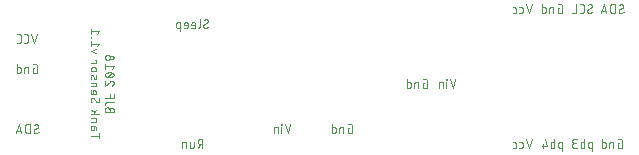
<source format=gbr>
G04 EAGLE Gerber X2 export*
%TF.Part,Single*%
%TF.FileFunction,Legend,Bot,1*%
%TF.FilePolarity,Positive*%
%TF.GenerationSoftware,Autodesk,EAGLE,9.1.0*%
%TF.CreationDate,2018-07-07T09:38:13Z*%
G75*
%MOMM*%
%FSLAX34Y34*%
%LPD*%
%AMOC8*
5,1,8,0,0,1.08239X$1,22.5*%
G01*
%ADD10C,0.076200*%


D10*
X84736Y117983D02*
X82280Y110617D01*
X79825Y117983D01*
X75397Y110617D02*
X73760Y110617D01*
X75397Y110617D02*
X75475Y110619D01*
X75553Y110624D01*
X75630Y110634D01*
X75707Y110647D01*
X75783Y110663D01*
X75858Y110683D01*
X75932Y110707D01*
X76005Y110734D01*
X76077Y110765D01*
X76147Y110799D01*
X76216Y110836D01*
X76282Y110877D01*
X76347Y110921D01*
X76409Y110967D01*
X76469Y111017D01*
X76527Y111069D01*
X76582Y111124D01*
X76634Y111182D01*
X76684Y111242D01*
X76730Y111304D01*
X76774Y111369D01*
X76815Y111436D01*
X76852Y111504D01*
X76886Y111574D01*
X76917Y111646D01*
X76944Y111719D01*
X76968Y111793D01*
X76988Y111868D01*
X77004Y111944D01*
X77017Y112021D01*
X77027Y112098D01*
X77032Y112176D01*
X77034Y112254D01*
X77034Y116346D01*
X77032Y116424D01*
X77027Y116502D01*
X77017Y116579D01*
X77004Y116656D01*
X76988Y116732D01*
X76968Y116807D01*
X76944Y116881D01*
X76917Y116954D01*
X76886Y117026D01*
X76852Y117096D01*
X76815Y117165D01*
X76774Y117231D01*
X76730Y117296D01*
X76684Y117358D01*
X76634Y117418D01*
X76582Y117476D01*
X76527Y117531D01*
X76469Y117583D01*
X76409Y117633D01*
X76347Y117679D01*
X76282Y117723D01*
X76216Y117764D01*
X76147Y117801D01*
X76077Y117835D01*
X76005Y117866D01*
X75932Y117893D01*
X75858Y117917D01*
X75783Y117937D01*
X75707Y117953D01*
X75630Y117966D01*
X75553Y117976D01*
X75475Y117981D01*
X75397Y117983D01*
X73760Y117983D01*
X69301Y110617D02*
X67664Y110617D01*
X69301Y110617D02*
X69379Y110619D01*
X69457Y110624D01*
X69534Y110634D01*
X69611Y110647D01*
X69687Y110663D01*
X69762Y110683D01*
X69836Y110707D01*
X69909Y110734D01*
X69981Y110765D01*
X70051Y110799D01*
X70120Y110836D01*
X70186Y110877D01*
X70251Y110921D01*
X70313Y110967D01*
X70373Y111017D01*
X70431Y111069D01*
X70486Y111124D01*
X70538Y111182D01*
X70588Y111242D01*
X70634Y111304D01*
X70678Y111369D01*
X70719Y111436D01*
X70756Y111504D01*
X70790Y111574D01*
X70821Y111646D01*
X70848Y111719D01*
X70872Y111793D01*
X70892Y111868D01*
X70908Y111944D01*
X70921Y112021D01*
X70931Y112098D01*
X70936Y112176D01*
X70938Y112254D01*
X70938Y116346D01*
X70936Y116424D01*
X70931Y116502D01*
X70921Y116579D01*
X70908Y116656D01*
X70892Y116732D01*
X70872Y116807D01*
X70848Y116881D01*
X70821Y116954D01*
X70790Y117026D01*
X70756Y117096D01*
X70719Y117165D01*
X70678Y117231D01*
X70634Y117296D01*
X70588Y117358D01*
X70538Y117418D01*
X70486Y117476D01*
X70431Y117531D01*
X70373Y117583D01*
X70313Y117633D01*
X70251Y117679D01*
X70186Y117723D01*
X70120Y117764D01*
X70051Y117801D01*
X69981Y117835D01*
X69909Y117866D01*
X69836Y117893D01*
X69762Y117917D01*
X69687Y117937D01*
X69611Y117953D01*
X69534Y117966D01*
X69457Y117976D01*
X69379Y117981D01*
X69301Y117983D01*
X67664Y117983D01*
X80878Y89309D02*
X82106Y89309D01*
X80878Y89309D02*
X80878Y85217D01*
X83334Y85217D01*
X83412Y85219D01*
X83490Y85224D01*
X83567Y85234D01*
X83644Y85247D01*
X83720Y85263D01*
X83795Y85283D01*
X83869Y85307D01*
X83942Y85334D01*
X84014Y85365D01*
X84084Y85399D01*
X84153Y85436D01*
X84219Y85477D01*
X84284Y85521D01*
X84346Y85567D01*
X84406Y85617D01*
X84464Y85669D01*
X84519Y85724D01*
X84571Y85782D01*
X84621Y85842D01*
X84667Y85904D01*
X84711Y85969D01*
X84752Y86036D01*
X84789Y86104D01*
X84823Y86174D01*
X84854Y86246D01*
X84881Y86319D01*
X84905Y86393D01*
X84925Y86468D01*
X84941Y86544D01*
X84954Y86621D01*
X84964Y86698D01*
X84969Y86776D01*
X84971Y86854D01*
X84970Y86854D02*
X84970Y90946D01*
X84971Y90946D02*
X84969Y91024D01*
X84964Y91102D01*
X84954Y91179D01*
X84941Y91256D01*
X84925Y91332D01*
X84905Y91407D01*
X84881Y91481D01*
X84854Y91554D01*
X84823Y91626D01*
X84789Y91696D01*
X84752Y91765D01*
X84711Y91831D01*
X84667Y91896D01*
X84621Y91958D01*
X84571Y92018D01*
X84519Y92076D01*
X84464Y92131D01*
X84406Y92183D01*
X84346Y92233D01*
X84284Y92279D01*
X84219Y92323D01*
X84153Y92364D01*
X84084Y92401D01*
X84014Y92435D01*
X83942Y92466D01*
X83869Y92493D01*
X83795Y92517D01*
X83720Y92537D01*
X83644Y92553D01*
X83567Y92566D01*
X83490Y92576D01*
X83412Y92581D01*
X83334Y92583D01*
X80878Y92583D01*
X77246Y90128D02*
X77246Y85217D01*
X77246Y90128D02*
X75200Y90128D01*
X75131Y90126D01*
X75063Y90120D01*
X74994Y90111D01*
X74927Y90097D01*
X74860Y90080D01*
X74794Y90059D01*
X74730Y90035D01*
X74667Y90006D01*
X74606Y89975D01*
X74547Y89940D01*
X74489Y89902D01*
X74434Y89860D01*
X74382Y89816D01*
X74332Y89768D01*
X74284Y89718D01*
X74240Y89666D01*
X74199Y89611D01*
X74160Y89553D01*
X74125Y89494D01*
X74094Y89433D01*
X74065Y89370D01*
X74041Y89306D01*
X74020Y89240D01*
X74003Y89173D01*
X73989Y89106D01*
X73980Y89038D01*
X73974Y88969D01*
X73972Y88900D01*
X73972Y85217D01*
X67430Y85217D02*
X67430Y92583D01*
X67430Y85217D02*
X69476Y85217D01*
X69545Y85219D01*
X69613Y85225D01*
X69682Y85234D01*
X69749Y85248D01*
X69816Y85265D01*
X69882Y85286D01*
X69946Y85310D01*
X70009Y85339D01*
X70070Y85370D01*
X70129Y85405D01*
X70187Y85443D01*
X70242Y85485D01*
X70294Y85529D01*
X70344Y85577D01*
X70392Y85627D01*
X70436Y85679D01*
X70478Y85734D01*
X70516Y85792D01*
X70551Y85851D01*
X70582Y85912D01*
X70611Y85975D01*
X70635Y86039D01*
X70656Y86105D01*
X70673Y86172D01*
X70687Y86239D01*
X70696Y86308D01*
X70702Y86376D01*
X70704Y86445D01*
X70703Y86445D02*
X70703Y88900D01*
X70704Y88900D02*
X70702Y88969D01*
X70696Y89037D01*
X70687Y89106D01*
X70673Y89173D01*
X70656Y89240D01*
X70635Y89306D01*
X70611Y89370D01*
X70582Y89433D01*
X70551Y89494D01*
X70516Y89553D01*
X70478Y89611D01*
X70436Y89666D01*
X70392Y89718D01*
X70344Y89768D01*
X70294Y89816D01*
X70242Y89860D01*
X70187Y89902D01*
X70129Y89940D01*
X70070Y89975D01*
X70009Y90006D01*
X69946Y90035D01*
X69882Y90059D01*
X69816Y90080D01*
X69749Y90097D01*
X69682Y90111D01*
X69613Y90120D01*
X69545Y90126D01*
X69476Y90128D01*
X67430Y90128D01*
X81795Y36054D02*
X81797Y35976D01*
X81802Y35898D01*
X81812Y35821D01*
X81825Y35744D01*
X81841Y35668D01*
X81861Y35593D01*
X81885Y35519D01*
X81912Y35446D01*
X81943Y35374D01*
X81977Y35304D01*
X82014Y35235D01*
X82055Y35169D01*
X82099Y35104D01*
X82145Y35042D01*
X82195Y34982D01*
X82247Y34924D01*
X82302Y34869D01*
X82360Y34817D01*
X82420Y34767D01*
X82482Y34721D01*
X82547Y34677D01*
X82614Y34636D01*
X82682Y34599D01*
X82752Y34565D01*
X82824Y34534D01*
X82897Y34507D01*
X82971Y34483D01*
X83046Y34463D01*
X83122Y34447D01*
X83199Y34434D01*
X83276Y34424D01*
X83354Y34419D01*
X83432Y34417D01*
X83546Y34419D01*
X83659Y34424D01*
X83773Y34434D01*
X83886Y34447D01*
X83998Y34464D01*
X84110Y34484D01*
X84221Y34508D01*
X84332Y34536D01*
X84441Y34567D01*
X84549Y34602D01*
X84656Y34641D01*
X84762Y34683D01*
X84866Y34728D01*
X84969Y34777D01*
X85070Y34830D01*
X85169Y34885D01*
X85267Y34944D01*
X85362Y35006D01*
X85455Y35071D01*
X85547Y35139D01*
X85635Y35210D01*
X85722Y35284D01*
X85806Y35361D01*
X85887Y35440D01*
X85683Y40146D02*
X85681Y40224D01*
X85676Y40302D01*
X85666Y40379D01*
X85653Y40456D01*
X85637Y40532D01*
X85617Y40607D01*
X85593Y40681D01*
X85566Y40754D01*
X85535Y40826D01*
X85501Y40896D01*
X85464Y40965D01*
X85423Y41031D01*
X85379Y41096D01*
X85333Y41158D01*
X85283Y41218D01*
X85231Y41276D01*
X85176Y41331D01*
X85118Y41383D01*
X85058Y41433D01*
X84996Y41479D01*
X84931Y41523D01*
X84865Y41564D01*
X84796Y41601D01*
X84726Y41635D01*
X84654Y41666D01*
X84581Y41693D01*
X84507Y41717D01*
X84432Y41737D01*
X84356Y41753D01*
X84279Y41766D01*
X84202Y41776D01*
X84124Y41781D01*
X84046Y41783D01*
X83936Y41781D01*
X83827Y41775D01*
X83717Y41765D01*
X83609Y41752D01*
X83500Y41734D01*
X83393Y41713D01*
X83286Y41687D01*
X83180Y41658D01*
X83075Y41626D01*
X82972Y41589D01*
X82870Y41549D01*
X82769Y41505D01*
X82670Y41457D01*
X82573Y41407D01*
X82478Y41352D01*
X82385Y41294D01*
X82294Y41233D01*
X82205Y41169D01*
X84865Y38713D02*
X84932Y38755D01*
X84997Y38799D01*
X85059Y38847D01*
X85119Y38897D01*
X85177Y38950D01*
X85232Y39006D01*
X85284Y39065D01*
X85334Y39125D01*
X85381Y39189D01*
X85424Y39254D01*
X85465Y39321D01*
X85502Y39390D01*
X85536Y39461D01*
X85567Y39533D01*
X85594Y39607D01*
X85618Y39681D01*
X85638Y39757D01*
X85654Y39834D01*
X85667Y39911D01*
X85677Y39989D01*
X85682Y40068D01*
X85684Y40146D01*
X82614Y37486D02*
X82548Y37445D01*
X82483Y37400D01*
X82421Y37353D01*
X82361Y37302D01*
X82303Y37249D01*
X82248Y37193D01*
X82195Y37135D01*
X82146Y37074D01*
X82099Y37011D01*
X82056Y36946D01*
X82015Y36879D01*
X81978Y36810D01*
X81944Y36739D01*
X81913Y36667D01*
X81886Y36593D01*
X81862Y36518D01*
X81842Y36443D01*
X81826Y36366D01*
X81813Y36289D01*
X81803Y36211D01*
X81798Y36132D01*
X81796Y36054D01*
X82614Y37486D02*
X84865Y38714D01*
X78573Y41783D02*
X78573Y34417D01*
X78573Y41783D02*
X76527Y41783D01*
X76438Y41781D01*
X76349Y41775D01*
X76260Y41765D01*
X76172Y41752D01*
X76084Y41735D01*
X75997Y41713D01*
X75912Y41688D01*
X75827Y41660D01*
X75744Y41627D01*
X75662Y41591D01*
X75582Y41552D01*
X75504Y41509D01*
X75428Y41463D01*
X75353Y41413D01*
X75281Y41360D01*
X75212Y41304D01*
X75145Y41245D01*
X75080Y41184D01*
X75019Y41119D01*
X74960Y41052D01*
X74904Y40983D01*
X74851Y40911D01*
X74801Y40836D01*
X74755Y40760D01*
X74712Y40682D01*
X74673Y40602D01*
X74637Y40520D01*
X74604Y40437D01*
X74576Y40352D01*
X74551Y40267D01*
X74529Y40180D01*
X74512Y40092D01*
X74499Y40004D01*
X74489Y39915D01*
X74483Y39826D01*
X74481Y39737D01*
X74480Y39737D02*
X74480Y36463D01*
X74481Y36463D02*
X74483Y36374D01*
X74489Y36285D01*
X74499Y36196D01*
X74512Y36108D01*
X74529Y36020D01*
X74551Y35933D01*
X74576Y35848D01*
X74604Y35763D01*
X74637Y35680D01*
X74673Y35598D01*
X74712Y35518D01*
X74755Y35440D01*
X74801Y35364D01*
X74851Y35289D01*
X74904Y35217D01*
X74960Y35148D01*
X75019Y35081D01*
X75080Y35016D01*
X75145Y34955D01*
X75212Y34896D01*
X75281Y34840D01*
X75353Y34787D01*
X75428Y34737D01*
X75504Y34691D01*
X75582Y34648D01*
X75662Y34609D01*
X75744Y34573D01*
X75827Y34540D01*
X75912Y34512D01*
X75997Y34487D01*
X76084Y34465D01*
X76172Y34448D01*
X76260Y34435D01*
X76349Y34425D01*
X76438Y34419D01*
X76527Y34417D01*
X78573Y34417D01*
X71423Y34417D02*
X68968Y41783D01*
X66512Y34417D01*
X67126Y36259D02*
X70809Y36259D01*
X347578Y38509D02*
X348806Y38509D01*
X347578Y38509D02*
X347578Y34417D01*
X350034Y34417D01*
X350112Y34419D01*
X350190Y34424D01*
X350267Y34434D01*
X350344Y34447D01*
X350420Y34463D01*
X350495Y34483D01*
X350569Y34507D01*
X350642Y34534D01*
X350714Y34565D01*
X350784Y34599D01*
X350853Y34636D01*
X350919Y34677D01*
X350984Y34721D01*
X351046Y34767D01*
X351106Y34817D01*
X351164Y34869D01*
X351219Y34924D01*
X351271Y34982D01*
X351321Y35042D01*
X351367Y35104D01*
X351411Y35169D01*
X351452Y35236D01*
X351489Y35304D01*
X351523Y35374D01*
X351554Y35446D01*
X351581Y35519D01*
X351605Y35593D01*
X351625Y35668D01*
X351641Y35744D01*
X351654Y35821D01*
X351664Y35898D01*
X351669Y35976D01*
X351671Y36054D01*
X351670Y36054D02*
X351670Y40146D01*
X351671Y40146D02*
X351669Y40224D01*
X351664Y40302D01*
X351654Y40379D01*
X351641Y40456D01*
X351625Y40532D01*
X351605Y40607D01*
X351581Y40681D01*
X351554Y40754D01*
X351523Y40826D01*
X351489Y40896D01*
X351452Y40965D01*
X351411Y41031D01*
X351367Y41096D01*
X351321Y41158D01*
X351271Y41218D01*
X351219Y41276D01*
X351164Y41331D01*
X351106Y41383D01*
X351046Y41433D01*
X350984Y41479D01*
X350919Y41523D01*
X350853Y41564D01*
X350784Y41601D01*
X350714Y41635D01*
X350642Y41666D01*
X350569Y41693D01*
X350495Y41717D01*
X350420Y41737D01*
X350344Y41753D01*
X350267Y41766D01*
X350190Y41776D01*
X350112Y41781D01*
X350034Y41783D01*
X347578Y41783D01*
X343946Y39328D02*
X343946Y34417D01*
X343946Y39328D02*
X341900Y39328D01*
X341831Y39326D01*
X341763Y39320D01*
X341694Y39311D01*
X341627Y39297D01*
X341560Y39280D01*
X341494Y39259D01*
X341430Y39235D01*
X341367Y39206D01*
X341306Y39175D01*
X341247Y39140D01*
X341189Y39102D01*
X341134Y39060D01*
X341082Y39016D01*
X341032Y38968D01*
X340984Y38918D01*
X340940Y38866D01*
X340899Y38811D01*
X340860Y38753D01*
X340825Y38694D01*
X340794Y38633D01*
X340765Y38570D01*
X340741Y38506D01*
X340720Y38440D01*
X340703Y38373D01*
X340689Y38306D01*
X340680Y38238D01*
X340674Y38169D01*
X340672Y38100D01*
X340672Y34417D01*
X334130Y34417D02*
X334130Y41783D01*
X334130Y34417D02*
X336176Y34417D01*
X336245Y34419D01*
X336313Y34425D01*
X336382Y34434D01*
X336449Y34448D01*
X336516Y34465D01*
X336582Y34486D01*
X336646Y34510D01*
X336709Y34539D01*
X336770Y34570D01*
X336829Y34605D01*
X336887Y34643D01*
X336942Y34685D01*
X336994Y34729D01*
X337044Y34777D01*
X337092Y34827D01*
X337136Y34879D01*
X337178Y34934D01*
X337216Y34992D01*
X337251Y35051D01*
X337282Y35112D01*
X337311Y35175D01*
X337335Y35239D01*
X337356Y35305D01*
X337373Y35372D01*
X337387Y35439D01*
X337396Y35508D01*
X337402Y35576D01*
X337404Y35645D01*
X337403Y35645D02*
X337403Y38100D01*
X337404Y38100D02*
X337402Y38169D01*
X337396Y38237D01*
X337387Y38306D01*
X337373Y38373D01*
X337356Y38440D01*
X337335Y38506D01*
X337311Y38570D01*
X337282Y38633D01*
X337251Y38694D01*
X337216Y38753D01*
X337178Y38811D01*
X337136Y38866D01*
X337092Y38918D01*
X337044Y38968D01*
X336994Y39016D01*
X336942Y39060D01*
X336887Y39102D01*
X336829Y39140D01*
X336770Y39175D01*
X336709Y39206D01*
X336646Y39235D01*
X336582Y39259D01*
X336516Y39280D01*
X336449Y39297D01*
X336382Y39311D01*
X336313Y39320D01*
X336245Y39326D01*
X336176Y39328D01*
X334130Y39328D01*
X299145Y41783D02*
X296689Y34417D01*
X294234Y41783D01*
X291569Y39328D02*
X291569Y34417D01*
X291773Y41374D02*
X291773Y41783D01*
X291364Y41783D01*
X291364Y41374D01*
X291773Y41374D01*
X288329Y39328D02*
X288329Y34417D01*
X288329Y39328D02*
X286283Y39328D01*
X286214Y39326D01*
X286146Y39320D01*
X286077Y39311D01*
X286010Y39297D01*
X285943Y39280D01*
X285877Y39259D01*
X285813Y39235D01*
X285750Y39206D01*
X285689Y39175D01*
X285630Y39140D01*
X285572Y39102D01*
X285517Y39060D01*
X285465Y39016D01*
X285415Y38968D01*
X285367Y38918D01*
X285323Y38866D01*
X285282Y38811D01*
X285243Y38753D01*
X285208Y38694D01*
X285177Y38633D01*
X285148Y38570D01*
X285124Y38506D01*
X285103Y38440D01*
X285086Y38373D01*
X285072Y38306D01*
X285063Y38238D01*
X285057Y38169D01*
X285055Y38100D01*
X285055Y34417D01*
X411078Y76609D02*
X412306Y76609D01*
X411078Y76609D02*
X411078Y72517D01*
X413534Y72517D01*
X413612Y72519D01*
X413690Y72524D01*
X413767Y72534D01*
X413844Y72547D01*
X413920Y72563D01*
X413995Y72583D01*
X414069Y72607D01*
X414142Y72634D01*
X414214Y72665D01*
X414284Y72699D01*
X414353Y72736D01*
X414419Y72777D01*
X414484Y72821D01*
X414546Y72867D01*
X414606Y72917D01*
X414664Y72969D01*
X414719Y73024D01*
X414771Y73082D01*
X414821Y73142D01*
X414867Y73204D01*
X414911Y73269D01*
X414952Y73336D01*
X414989Y73404D01*
X415023Y73474D01*
X415054Y73546D01*
X415081Y73619D01*
X415105Y73693D01*
X415125Y73768D01*
X415141Y73844D01*
X415154Y73921D01*
X415164Y73998D01*
X415169Y74076D01*
X415171Y74154D01*
X415170Y74154D02*
X415170Y78246D01*
X415171Y78246D02*
X415169Y78324D01*
X415164Y78402D01*
X415154Y78479D01*
X415141Y78556D01*
X415125Y78632D01*
X415105Y78707D01*
X415081Y78781D01*
X415054Y78854D01*
X415023Y78926D01*
X414989Y78996D01*
X414952Y79065D01*
X414911Y79131D01*
X414867Y79196D01*
X414821Y79258D01*
X414771Y79318D01*
X414719Y79376D01*
X414664Y79431D01*
X414606Y79483D01*
X414546Y79533D01*
X414484Y79579D01*
X414419Y79623D01*
X414353Y79664D01*
X414284Y79701D01*
X414214Y79735D01*
X414142Y79766D01*
X414069Y79793D01*
X413995Y79817D01*
X413920Y79837D01*
X413844Y79853D01*
X413767Y79866D01*
X413690Y79876D01*
X413612Y79881D01*
X413534Y79883D01*
X411078Y79883D01*
X407446Y77428D02*
X407446Y72517D01*
X407446Y77428D02*
X405400Y77428D01*
X405331Y77426D01*
X405263Y77420D01*
X405194Y77411D01*
X405127Y77397D01*
X405060Y77380D01*
X404994Y77359D01*
X404930Y77335D01*
X404867Y77306D01*
X404806Y77275D01*
X404747Y77240D01*
X404689Y77202D01*
X404634Y77160D01*
X404582Y77116D01*
X404532Y77068D01*
X404484Y77018D01*
X404440Y76966D01*
X404399Y76911D01*
X404360Y76853D01*
X404325Y76794D01*
X404294Y76733D01*
X404265Y76670D01*
X404241Y76606D01*
X404220Y76540D01*
X404203Y76473D01*
X404189Y76406D01*
X404180Y76338D01*
X404174Y76269D01*
X404172Y76200D01*
X404172Y72517D01*
X397630Y72517D02*
X397630Y79883D01*
X397630Y72517D02*
X399676Y72517D01*
X399745Y72519D01*
X399813Y72525D01*
X399882Y72534D01*
X399949Y72548D01*
X400016Y72565D01*
X400082Y72586D01*
X400146Y72610D01*
X400209Y72639D01*
X400270Y72670D01*
X400329Y72705D01*
X400387Y72743D01*
X400442Y72785D01*
X400494Y72829D01*
X400544Y72877D01*
X400592Y72927D01*
X400636Y72979D01*
X400678Y73034D01*
X400716Y73092D01*
X400751Y73151D01*
X400782Y73212D01*
X400811Y73275D01*
X400835Y73339D01*
X400856Y73405D01*
X400873Y73472D01*
X400887Y73539D01*
X400896Y73608D01*
X400902Y73676D01*
X400904Y73745D01*
X400903Y73745D02*
X400903Y76200D01*
X400904Y76200D02*
X400902Y76269D01*
X400896Y76337D01*
X400887Y76406D01*
X400873Y76473D01*
X400856Y76540D01*
X400835Y76606D01*
X400811Y76670D01*
X400782Y76733D01*
X400751Y76794D01*
X400716Y76853D01*
X400678Y76911D01*
X400636Y76966D01*
X400592Y77018D01*
X400544Y77068D01*
X400494Y77116D01*
X400442Y77160D01*
X400387Y77202D01*
X400329Y77240D01*
X400270Y77275D01*
X400209Y77306D01*
X400146Y77335D01*
X400082Y77359D01*
X400016Y77380D01*
X399949Y77397D01*
X399882Y77411D01*
X399813Y77420D01*
X399745Y77426D01*
X399676Y77428D01*
X397630Y77428D01*
X436389Y72517D02*
X438845Y79883D01*
X433934Y79883D02*
X436389Y72517D01*
X431269Y72517D02*
X431269Y77428D01*
X431473Y79474D02*
X431473Y79883D01*
X431064Y79883D01*
X431064Y79474D01*
X431473Y79474D01*
X428029Y77428D02*
X428029Y72517D01*
X428029Y77428D02*
X425983Y77428D01*
X425914Y77426D01*
X425846Y77420D01*
X425777Y77411D01*
X425710Y77397D01*
X425643Y77380D01*
X425577Y77359D01*
X425513Y77335D01*
X425450Y77306D01*
X425389Y77275D01*
X425330Y77240D01*
X425272Y77202D01*
X425217Y77160D01*
X425165Y77116D01*
X425115Y77068D01*
X425067Y77018D01*
X425023Y76966D01*
X424982Y76911D01*
X424943Y76853D01*
X424908Y76794D01*
X424877Y76733D01*
X424848Y76670D01*
X424824Y76606D01*
X424803Y76540D01*
X424786Y76473D01*
X424772Y76406D01*
X424763Y76338D01*
X424757Y76269D01*
X424755Y76200D01*
X424755Y72517D01*
X500909Y136017D02*
X503364Y143383D01*
X498453Y143383D02*
X500909Y136017D01*
X494481Y136017D02*
X492844Y136017D01*
X494481Y136017D02*
X494550Y136019D01*
X494618Y136025D01*
X494687Y136034D01*
X494754Y136048D01*
X494821Y136065D01*
X494887Y136086D01*
X494951Y136110D01*
X495014Y136139D01*
X495075Y136170D01*
X495134Y136205D01*
X495192Y136243D01*
X495247Y136285D01*
X495299Y136329D01*
X495349Y136377D01*
X495397Y136427D01*
X495441Y136479D01*
X495483Y136534D01*
X495521Y136592D01*
X495556Y136651D01*
X495587Y136712D01*
X495616Y136775D01*
X495640Y136839D01*
X495661Y136905D01*
X495678Y136972D01*
X495692Y137039D01*
X495701Y137108D01*
X495707Y137176D01*
X495709Y137245D01*
X495709Y139700D01*
X495707Y139769D01*
X495701Y139837D01*
X495692Y139906D01*
X495678Y139973D01*
X495661Y140040D01*
X495640Y140106D01*
X495616Y140170D01*
X495587Y140233D01*
X495556Y140294D01*
X495521Y140353D01*
X495483Y140411D01*
X495441Y140466D01*
X495397Y140518D01*
X495349Y140568D01*
X495299Y140616D01*
X495247Y140660D01*
X495192Y140702D01*
X495134Y140740D01*
X495075Y140775D01*
X495014Y140806D01*
X494951Y140835D01*
X494887Y140859D01*
X494821Y140880D01*
X494754Y140897D01*
X494687Y140911D01*
X494618Y140920D01*
X494550Y140926D01*
X494481Y140928D01*
X492844Y140928D01*
X488873Y136017D02*
X487236Y136017D01*
X488873Y136017D02*
X488942Y136019D01*
X489010Y136025D01*
X489079Y136034D01*
X489146Y136048D01*
X489213Y136065D01*
X489279Y136086D01*
X489343Y136110D01*
X489406Y136139D01*
X489467Y136170D01*
X489526Y136205D01*
X489584Y136243D01*
X489639Y136285D01*
X489691Y136329D01*
X489741Y136377D01*
X489789Y136427D01*
X489833Y136479D01*
X489875Y136534D01*
X489913Y136592D01*
X489948Y136651D01*
X489979Y136712D01*
X490008Y136775D01*
X490032Y136839D01*
X490053Y136905D01*
X490070Y136972D01*
X490084Y137039D01*
X490093Y137108D01*
X490099Y137176D01*
X490101Y137245D01*
X490101Y139700D01*
X490099Y139769D01*
X490093Y139837D01*
X490084Y139906D01*
X490070Y139973D01*
X490053Y140040D01*
X490032Y140106D01*
X490008Y140170D01*
X489979Y140233D01*
X489948Y140294D01*
X489913Y140353D01*
X489875Y140411D01*
X489833Y140466D01*
X489789Y140518D01*
X489741Y140568D01*
X489691Y140616D01*
X489639Y140660D01*
X489584Y140702D01*
X489526Y140740D01*
X489467Y140775D01*
X489406Y140806D01*
X489343Y140835D01*
X489279Y140859D01*
X489213Y140880D01*
X489146Y140897D01*
X489079Y140911D01*
X489010Y140920D01*
X488942Y140926D01*
X488873Y140928D01*
X487236Y140928D01*
X525378Y140109D02*
X526606Y140109D01*
X525378Y140109D02*
X525378Y136017D01*
X527834Y136017D01*
X527912Y136019D01*
X527990Y136024D01*
X528067Y136034D01*
X528144Y136047D01*
X528220Y136063D01*
X528295Y136083D01*
X528369Y136107D01*
X528442Y136134D01*
X528514Y136165D01*
X528584Y136199D01*
X528653Y136236D01*
X528719Y136277D01*
X528784Y136321D01*
X528846Y136367D01*
X528906Y136417D01*
X528964Y136469D01*
X529019Y136524D01*
X529071Y136582D01*
X529121Y136642D01*
X529167Y136704D01*
X529211Y136769D01*
X529252Y136836D01*
X529289Y136904D01*
X529323Y136974D01*
X529354Y137046D01*
X529381Y137119D01*
X529405Y137193D01*
X529425Y137268D01*
X529441Y137344D01*
X529454Y137421D01*
X529464Y137498D01*
X529469Y137576D01*
X529471Y137654D01*
X529470Y137654D02*
X529470Y141746D01*
X529471Y141746D02*
X529469Y141824D01*
X529464Y141902D01*
X529454Y141979D01*
X529441Y142056D01*
X529425Y142132D01*
X529405Y142207D01*
X529381Y142281D01*
X529354Y142354D01*
X529323Y142426D01*
X529289Y142496D01*
X529252Y142565D01*
X529211Y142631D01*
X529167Y142696D01*
X529121Y142758D01*
X529071Y142818D01*
X529019Y142876D01*
X528964Y142931D01*
X528906Y142983D01*
X528846Y143033D01*
X528784Y143079D01*
X528719Y143123D01*
X528653Y143164D01*
X528584Y143201D01*
X528514Y143235D01*
X528442Y143266D01*
X528369Y143293D01*
X528295Y143317D01*
X528220Y143337D01*
X528144Y143353D01*
X528067Y143366D01*
X527990Y143376D01*
X527912Y143381D01*
X527834Y143383D01*
X525378Y143383D01*
X521746Y140928D02*
X521746Y136017D01*
X521746Y140928D02*
X519700Y140928D01*
X519631Y140926D01*
X519563Y140920D01*
X519494Y140911D01*
X519427Y140897D01*
X519360Y140880D01*
X519294Y140859D01*
X519230Y140835D01*
X519167Y140806D01*
X519106Y140775D01*
X519047Y140740D01*
X518989Y140702D01*
X518934Y140660D01*
X518882Y140616D01*
X518832Y140568D01*
X518784Y140518D01*
X518740Y140466D01*
X518699Y140411D01*
X518660Y140353D01*
X518625Y140294D01*
X518594Y140233D01*
X518565Y140170D01*
X518541Y140106D01*
X518520Y140040D01*
X518503Y139973D01*
X518489Y139906D01*
X518480Y139838D01*
X518474Y139769D01*
X518472Y139700D01*
X518472Y136017D01*
X511930Y136017D02*
X511930Y143383D01*
X511930Y136017D02*
X513976Y136017D01*
X514045Y136019D01*
X514113Y136025D01*
X514182Y136034D01*
X514249Y136048D01*
X514316Y136065D01*
X514382Y136086D01*
X514446Y136110D01*
X514509Y136139D01*
X514570Y136170D01*
X514629Y136205D01*
X514687Y136243D01*
X514742Y136285D01*
X514794Y136329D01*
X514844Y136377D01*
X514892Y136427D01*
X514936Y136479D01*
X514978Y136534D01*
X515016Y136592D01*
X515051Y136651D01*
X515082Y136712D01*
X515111Y136775D01*
X515135Y136839D01*
X515156Y136905D01*
X515173Y136972D01*
X515187Y137039D01*
X515196Y137108D01*
X515202Y137176D01*
X515204Y137245D01*
X515203Y137245D02*
X515203Y139700D01*
X515204Y139700D02*
X515202Y139769D01*
X515196Y139837D01*
X515187Y139906D01*
X515173Y139973D01*
X515156Y140040D01*
X515135Y140106D01*
X515111Y140170D01*
X515082Y140233D01*
X515051Y140294D01*
X515016Y140353D01*
X514978Y140411D01*
X514936Y140466D01*
X514892Y140518D01*
X514844Y140568D01*
X514794Y140616D01*
X514742Y140660D01*
X514687Y140702D01*
X514629Y140740D01*
X514570Y140775D01*
X514509Y140806D01*
X514446Y140835D01*
X514382Y140859D01*
X514316Y140880D01*
X514249Y140897D01*
X514182Y140911D01*
X514113Y140920D01*
X514045Y140926D01*
X513976Y140928D01*
X511930Y140928D01*
X550358Y137654D02*
X550360Y137576D01*
X550365Y137498D01*
X550375Y137421D01*
X550388Y137344D01*
X550404Y137268D01*
X550424Y137193D01*
X550448Y137119D01*
X550475Y137046D01*
X550506Y136974D01*
X550540Y136904D01*
X550577Y136835D01*
X550618Y136769D01*
X550662Y136704D01*
X550708Y136642D01*
X550758Y136582D01*
X550810Y136524D01*
X550865Y136469D01*
X550923Y136417D01*
X550983Y136367D01*
X551045Y136321D01*
X551110Y136277D01*
X551177Y136236D01*
X551245Y136199D01*
X551315Y136165D01*
X551387Y136134D01*
X551460Y136107D01*
X551534Y136083D01*
X551609Y136063D01*
X551685Y136047D01*
X551762Y136034D01*
X551839Y136024D01*
X551917Y136019D01*
X551995Y136017D01*
X552109Y136019D01*
X552222Y136024D01*
X552336Y136034D01*
X552449Y136047D01*
X552561Y136064D01*
X552673Y136084D01*
X552784Y136108D01*
X552895Y136136D01*
X553004Y136167D01*
X553112Y136202D01*
X553219Y136241D01*
X553325Y136283D01*
X553429Y136328D01*
X553532Y136377D01*
X553633Y136430D01*
X553732Y136485D01*
X553830Y136544D01*
X553925Y136606D01*
X554018Y136671D01*
X554110Y136739D01*
X554198Y136810D01*
X554285Y136884D01*
X554369Y136961D01*
X554450Y137040D01*
X554246Y141746D02*
X554244Y141824D01*
X554239Y141902D01*
X554229Y141979D01*
X554216Y142056D01*
X554200Y142132D01*
X554180Y142207D01*
X554156Y142281D01*
X554129Y142354D01*
X554098Y142426D01*
X554064Y142496D01*
X554027Y142565D01*
X553986Y142631D01*
X553942Y142696D01*
X553896Y142758D01*
X553846Y142818D01*
X553794Y142876D01*
X553739Y142931D01*
X553681Y142983D01*
X553621Y143033D01*
X553559Y143079D01*
X553494Y143123D01*
X553428Y143164D01*
X553359Y143201D01*
X553289Y143235D01*
X553217Y143266D01*
X553144Y143293D01*
X553070Y143317D01*
X552995Y143337D01*
X552919Y143353D01*
X552842Y143366D01*
X552765Y143376D01*
X552687Y143381D01*
X552609Y143383D01*
X552499Y143381D01*
X552390Y143375D01*
X552280Y143365D01*
X552172Y143352D01*
X552063Y143334D01*
X551956Y143313D01*
X551849Y143287D01*
X551743Y143258D01*
X551638Y143226D01*
X551535Y143189D01*
X551433Y143149D01*
X551332Y143105D01*
X551233Y143057D01*
X551136Y143007D01*
X551041Y142952D01*
X550948Y142894D01*
X550857Y142833D01*
X550768Y142769D01*
X553427Y140313D02*
X553494Y140355D01*
X553559Y140399D01*
X553621Y140447D01*
X553681Y140497D01*
X553739Y140550D01*
X553794Y140606D01*
X553846Y140665D01*
X553896Y140725D01*
X553943Y140789D01*
X553986Y140854D01*
X554027Y140921D01*
X554064Y140990D01*
X554098Y141061D01*
X554129Y141133D01*
X554156Y141207D01*
X554180Y141281D01*
X554200Y141357D01*
X554216Y141434D01*
X554229Y141511D01*
X554239Y141589D01*
X554244Y141668D01*
X554246Y141746D01*
X551177Y139086D02*
X551111Y139045D01*
X551046Y139000D01*
X550984Y138953D01*
X550924Y138902D01*
X550866Y138849D01*
X550811Y138793D01*
X550758Y138735D01*
X550709Y138674D01*
X550662Y138611D01*
X550619Y138546D01*
X550578Y138479D01*
X550541Y138410D01*
X550507Y138339D01*
X550476Y138267D01*
X550449Y138193D01*
X550425Y138118D01*
X550405Y138043D01*
X550389Y137966D01*
X550376Y137889D01*
X550366Y137811D01*
X550361Y137732D01*
X550359Y137654D01*
X551177Y139086D02*
X553427Y140314D01*
X545765Y136017D02*
X544128Y136017D01*
X545765Y136017D02*
X545843Y136019D01*
X545921Y136024D01*
X545998Y136034D01*
X546075Y136047D01*
X546151Y136063D01*
X546226Y136083D01*
X546300Y136107D01*
X546373Y136134D01*
X546445Y136165D01*
X546515Y136199D01*
X546584Y136236D01*
X546650Y136277D01*
X546715Y136321D01*
X546777Y136367D01*
X546837Y136417D01*
X546895Y136469D01*
X546950Y136524D01*
X547002Y136582D01*
X547052Y136642D01*
X547098Y136704D01*
X547142Y136769D01*
X547183Y136836D01*
X547220Y136904D01*
X547254Y136974D01*
X547285Y137046D01*
X547312Y137119D01*
X547336Y137193D01*
X547356Y137268D01*
X547372Y137344D01*
X547385Y137421D01*
X547395Y137498D01*
X547400Y137576D01*
X547402Y137654D01*
X547402Y141746D01*
X547400Y141824D01*
X547395Y141902D01*
X547385Y141979D01*
X547372Y142056D01*
X547356Y142132D01*
X547336Y142207D01*
X547312Y142281D01*
X547285Y142354D01*
X547254Y142426D01*
X547220Y142496D01*
X547183Y142565D01*
X547142Y142631D01*
X547098Y142696D01*
X547052Y142758D01*
X547002Y142818D01*
X546950Y142876D01*
X546895Y142931D01*
X546837Y142983D01*
X546777Y143033D01*
X546715Y143079D01*
X546650Y143123D01*
X546584Y143164D01*
X546515Y143201D01*
X546445Y143235D01*
X546373Y143266D01*
X546300Y143293D01*
X546226Y143317D01*
X546151Y143337D01*
X546075Y143353D01*
X545998Y143366D01*
X545921Y143376D01*
X545843Y143381D01*
X545765Y143383D01*
X544128Y143383D01*
X541023Y143383D02*
X541023Y136017D01*
X537750Y136017D01*
X577095Y137654D02*
X577097Y137576D01*
X577102Y137498D01*
X577112Y137421D01*
X577125Y137344D01*
X577141Y137268D01*
X577161Y137193D01*
X577185Y137119D01*
X577212Y137046D01*
X577243Y136974D01*
X577277Y136904D01*
X577314Y136835D01*
X577355Y136769D01*
X577399Y136704D01*
X577445Y136642D01*
X577495Y136582D01*
X577547Y136524D01*
X577602Y136469D01*
X577660Y136417D01*
X577720Y136367D01*
X577782Y136321D01*
X577847Y136277D01*
X577914Y136236D01*
X577982Y136199D01*
X578052Y136165D01*
X578124Y136134D01*
X578197Y136107D01*
X578271Y136083D01*
X578346Y136063D01*
X578422Y136047D01*
X578499Y136034D01*
X578576Y136024D01*
X578654Y136019D01*
X578732Y136017D01*
X578846Y136019D01*
X578959Y136024D01*
X579073Y136034D01*
X579186Y136047D01*
X579298Y136064D01*
X579410Y136084D01*
X579521Y136108D01*
X579632Y136136D01*
X579741Y136167D01*
X579849Y136202D01*
X579956Y136241D01*
X580062Y136283D01*
X580166Y136328D01*
X580269Y136377D01*
X580370Y136430D01*
X580469Y136485D01*
X580567Y136544D01*
X580662Y136606D01*
X580755Y136671D01*
X580847Y136739D01*
X580935Y136810D01*
X581022Y136884D01*
X581106Y136961D01*
X581187Y137040D01*
X580983Y141746D02*
X580981Y141824D01*
X580976Y141902D01*
X580966Y141979D01*
X580953Y142056D01*
X580937Y142132D01*
X580917Y142207D01*
X580893Y142281D01*
X580866Y142354D01*
X580835Y142426D01*
X580801Y142496D01*
X580764Y142565D01*
X580723Y142631D01*
X580679Y142696D01*
X580633Y142758D01*
X580583Y142818D01*
X580531Y142876D01*
X580476Y142931D01*
X580418Y142983D01*
X580358Y143033D01*
X580296Y143079D01*
X580231Y143123D01*
X580165Y143164D01*
X580096Y143201D01*
X580026Y143235D01*
X579954Y143266D01*
X579881Y143293D01*
X579807Y143317D01*
X579732Y143337D01*
X579656Y143353D01*
X579579Y143366D01*
X579502Y143376D01*
X579424Y143381D01*
X579346Y143383D01*
X579236Y143381D01*
X579127Y143375D01*
X579017Y143365D01*
X578909Y143352D01*
X578800Y143334D01*
X578693Y143313D01*
X578586Y143287D01*
X578480Y143258D01*
X578375Y143226D01*
X578272Y143189D01*
X578170Y143149D01*
X578069Y143105D01*
X577970Y143057D01*
X577873Y143007D01*
X577778Y142952D01*
X577685Y142894D01*
X577594Y142833D01*
X577505Y142769D01*
X580165Y140313D02*
X580232Y140355D01*
X580297Y140399D01*
X580359Y140447D01*
X580419Y140497D01*
X580477Y140550D01*
X580532Y140606D01*
X580584Y140665D01*
X580634Y140725D01*
X580681Y140789D01*
X580724Y140854D01*
X580765Y140921D01*
X580802Y140990D01*
X580836Y141061D01*
X580867Y141133D01*
X580894Y141207D01*
X580918Y141281D01*
X580938Y141357D01*
X580954Y141434D01*
X580967Y141511D01*
X580977Y141589D01*
X580982Y141668D01*
X580984Y141746D01*
X577914Y139086D02*
X577848Y139045D01*
X577783Y139000D01*
X577721Y138953D01*
X577661Y138902D01*
X577603Y138849D01*
X577548Y138793D01*
X577495Y138735D01*
X577446Y138674D01*
X577399Y138611D01*
X577356Y138546D01*
X577315Y138479D01*
X577278Y138410D01*
X577244Y138339D01*
X577213Y138267D01*
X577186Y138193D01*
X577162Y138118D01*
X577142Y138043D01*
X577126Y137966D01*
X577113Y137889D01*
X577103Y137811D01*
X577098Y137732D01*
X577096Y137654D01*
X577914Y139086D02*
X580165Y140314D01*
X573873Y143383D02*
X573873Y136017D01*
X573873Y143383D02*
X571827Y143383D01*
X571738Y143381D01*
X571649Y143375D01*
X571560Y143365D01*
X571472Y143352D01*
X571384Y143335D01*
X571297Y143313D01*
X571212Y143288D01*
X571127Y143260D01*
X571044Y143227D01*
X570962Y143191D01*
X570882Y143152D01*
X570804Y143109D01*
X570728Y143063D01*
X570653Y143013D01*
X570581Y142960D01*
X570512Y142904D01*
X570445Y142845D01*
X570380Y142784D01*
X570319Y142719D01*
X570260Y142652D01*
X570204Y142583D01*
X570151Y142511D01*
X570101Y142436D01*
X570055Y142360D01*
X570012Y142282D01*
X569973Y142202D01*
X569937Y142120D01*
X569904Y142037D01*
X569876Y141952D01*
X569851Y141867D01*
X569829Y141780D01*
X569812Y141692D01*
X569799Y141604D01*
X569789Y141515D01*
X569783Y141426D01*
X569781Y141337D01*
X569780Y141337D02*
X569780Y138063D01*
X569781Y138063D02*
X569783Y137974D01*
X569789Y137885D01*
X569799Y137796D01*
X569812Y137708D01*
X569829Y137620D01*
X569851Y137533D01*
X569876Y137448D01*
X569904Y137363D01*
X569937Y137280D01*
X569973Y137198D01*
X570012Y137118D01*
X570055Y137040D01*
X570101Y136964D01*
X570151Y136889D01*
X570204Y136817D01*
X570260Y136748D01*
X570319Y136681D01*
X570380Y136616D01*
X570445Y136555D01*
X570512Y136496D01*
X570581Y136440D01*
X570653Y136387D01*
X570728Y136337D01*
X570804Y136291D01*
X570882Y136248D01*
X570962Y136209D01*
X571044Y136173D01*
X571127Y136140D01*
X571212Y136112D01*
X571297Y136087D01*
X571384Y136065D01*
X571472Y136048D01*
X571560Y136035D01*
X571649Y136025D01*
X571738Y136019D01*
X571827Y136017D01*
X573873Y136017D01*
X566723Y136017D02*
X564268Y143383D01*
X561812Y136017D01*
X562426Y137859D02*
X566109Y137859D01*
X503364Y29083D02*
X500909Y21717D01*
X498453Y29083D01*
X494481Y21717D02*
X492844Y21717D01*
X494481Y21717D02*
X494550Y21719D01*
X494618Y21725D01*
X494687Y21734D01*
X494754Y21748D01*
X494821Y21765D01*
X494887Y21786D01*
X494951Y21810D01*
X495014Y21839D01*
X495075Y21870D01*
X495134Y21905D01*
X495192Y21943D01*
X495247Y21985D01*
X495299Y22029D01*
X495349Y22077D01*
X495397Y22127D01*
X495441Y22179D01*
X495483Y22234D01*
X495521Y22292D01*
X495556Y22351D01*
X495587Y22412D01*
X495616Y22475D01*
X495640Y22539D01*
X495661Y22605D01*
X495678Y22672D01*
X495692Y22739D01*
X495701Y22808D01*
X495707Y22876D01*
X495709Y22945D01*
X495709Y25400D01*
X495707Y25469D01*
X495701Y25537D01*
X495692Y25606D01*
X495678Y25673D01*
X495661Y25740D01*
X495640Y25806D01*
X495616Y25870D01*
X495587Y25933D01*
X495556Y25994D01*
X495521Y26053D01*
X495483Y26111D01*
X495441Y26166D01*
X495397Y26218D01*
X495349Y26268D01*
X495299Y26316D01*
X495247Y26360D01*
X495192Y26402D01*
X495134Y26440D01*
X495075Y26475D01*
X495014Y26506D01*
X494951Y26535D01*
X494887Y26559D01*
X494821Y26580D01*
X494754Y26597D01*
X494687Y26611D01*
X494618Y26620D01*
X494550Y26626D01*
X494481Y26628D01*
X492844Y26628D01*
X488873Y21717D02*
X487236Y21717D01*
X488873Y21717D02*
X488942Y21719D01*
X489010Y21725D01*
X489079Y21734D01*
X489146Y21748D01*
X489213Y21765D01*
X489279Y21786D01*
X489343Y21810D01*
X489406Y21839D01*
X489467Y21870D01*
X489526Y21905D01*
X489584Y21943D01*
X489639Y21985D01*
X489691Y22029D01*
X489741Y22077D01*
X489789Y22127D01*
X489833Y22179D01*
X489875Y22234D01*
X489913Y22292D01*
X489948Y22351D01*
X489979Y22412D01*
X490008Y22475D01*
X490032Y22539D01*
X490053Y22605D01*
X490070Y22672D01*
X490084Y22739D01*
X490093Y22808D01*
X490099Y22876D01*
X490101Y22945D01*
X490101Y25400D01*
X490099Y25469D01*
X490093Y25537D01*
X490084Y25606D01*
X490070Y25673D01*
X490053Y25740D01*
X490032Y25806D01*
X490008Y25870D01*
X489979Y25933D01*
X489948Y25994D01*
X489913Y26053D01*
X489875Y26111D01*
X489833Y26166D01*
X489789Y26218D01*
X489741Y26268D01*
X489691Y26316D01*
X489639Y26360D01*
X489584Y26402D01*
X489526Y26440D01*
X489467Y26475D01*
X489406Y26506D01*
X489343Y26535D01*
X489279Y26559D01*
X489213Y26580D01*
X489146Y26597D01*
X489079Y26611D01*
X489010Y26620D01*
X488942Y26626D01*
X488873Y26628D01*
X487236Y26628D01*
X576178Y25809D02*
X577406Y25809D01*
X576178Y25809D02*
X576178Y21717D01*
X578634Y21717D01*
X578712Y21719D01*
X578790Y21724D01*
X578867Y21734D01*
X578944Y21747D01*
X579020Y21763D01*
X579095Y21783D01*
X579169Y21807D01*
X579242Y21834D01*
X579314Y21865D01*
X579384Y21899D01*
X579453Y21936D01*
X579519Y21977D01*
X579584Y22021D01*
X579646Y22067D01*
X579706Y22117D01*
X579764Y22169D01*
X579819Y22224D01*
X579871Y22282D01*
X579921Y22342D01*
X579967Y22404D01*
X580011Y22469D01*
X580052Y22536D01*
X580089Y22604D01*
X580123Y22674D01*
X580154Y22746D01*
X580181Y22819D01*
X580205Y22893D01*
X580225Y22968D01*
X580241Y23044D01*
X580254Y23121D01*
X580264Y23198D01*
X580269Y23276D01*
X580271Y23354D01*
X580270Y23354D02*
X580270Y27446D01*
X580271Y27446D02*
X580269Y27524D01*
X580264Y27602D01*
X580254Y27679D01*
X580241Y27756D01*
X580225Y27832D01*
X580205Y27907D01*
X580181Y27981D01*
X580154Y28054D01*
X580123Y28126D01*
X580089Y28196D01*
X580052Y28265D01*
X580011Y28331D01*
X579967Y28396D01*
X579921Y28458D01*
X579871Y28518D01*
X579819Y28576D01*
X579764Y28631D01*
X579706Y28683D01*
X579646Y28733D01*
X579584Y28779D01*
X579519Y28823D01*
X579453Y28864D01*
X579384Y28901D01*
X579314Y28935D01*
X579242Y28966D01*
X579169Y28993D01*
X579095Y29017D01*
X579020Y29037D01*
X578944Y29053D01*
X578867Y29066D01*
X578790Y29076D01*
X578712Y29081D01*
X578634Y29083D01*
X576178Y29083D01*
X572546Y26628D02*
X572546Y21717D01*
X572546Y26628D02*
X570500Y26628D01*
X570431Y26626D01*
X570363Y26620D01*
X570294Y26611D01*
X570227Y26597D01*
X570160Y26580D01*
X570094Y26559D01*
X570030Y26535D01*
X569967Y26506D01*
X569906Y26475D01*
X569847Y26440D01*
X569789Y26402D01*
X569734Y26360D01*
X569682Y26316D01*
X569632Y26268D01*
X569584Y26218D01*
X569540Y26166D01*
X569499Y26111D01*
X569460Y26053D01*
X569425Y25994D01*
X569394Y25933D01*
X569365Y25870D01*
X569341Y25806D01*
X569320Y25740D01*
X569303Y25673D01*
X569289Y25606D01*
X569280Y25538D01*
X569274Y25469D01*
X569272Y25400D01*
X569272Y21717D01*
X562730Y21717D02*
X562730Y29083D01*
X562730Y21717D02*
X564776Y21717D01*
X564845Y21719D01*
X564913Y21725D01*
X564982Y21734D01*
X565049Y21748D01*
X565116Y21765D01*
X565182Y21786D01*
X565246Y21810D01*
X565309Y21839D01*
X565370Y21870D01*
X565429Y21905D01*
X565487Y21943D01*
X565542Y21985D01*
X565594Y22029D01*
X565644Y22077D01*
X565692Y22127D01*
X565736Y22179D01*
X565778Y22234D01*
X565816Y22292D01*
X565851Y22351D01*
X565882Y22412D01*
X565911Y22475D01*
X565935Y22539D01*
X565956Y22605D01*
X565973Y22672D01*
X565987Y22739D01*
X565996Y22808D01*
X566002Y22876D01*
X566004Y22945D01*
X566003Y22945D02*
X566003Y25400D01*
X566004Y25400D02*
X566002Y25469D01*
X565996Y25537D01*
X565987Y25606D01*
X565973Y25673D01*
X565956Y25740D01*
X565935Y25806D01*
X565911Y25870D01*
X565882Y25933D01*
X565851Y25994D01*
X565816Y26053D01*
X565778Y26111D01*
X565736Y26166D01*
X565692Y26218D01*
X565644Y26268D01*
X565594Y26316D01*
X565542Y26360D01*
X565487Y26402D01*
X565429Y26440D01*
X565370Y26475D01*
X565309Y26506D01*
X565246Y26535D01*
X565182Y26559D01*
X565116Y26580D01*
X565049Y26597D01*
X564982Y26611D01*
X564913Y26620D01*
X564845Y26626D01*
X564776Y26628D01*
X562730Y26628D01*
X529227Y26628D02*
X529227Y19262D01*
X529227Y26628D02*
X527181Y26628D01*
X527112Y26626D01*
X527044Y26620D01*
X526975Y26611D01*
X526908Y26597D01*
X526841Y26580D01*
X526775Y26559D01*
X526711Y26535D01*
X526648Y26506D01*
X526587Y26475D01*
X526528Y26440D01*
X526470Y26402D01*
X526415Y26360D01*
X526363Y26316D01*
X526313Y26268D01*
X526265Y26218D01*
X526221Y26166D01*
X526180Y26111D01*
X526141Y26053D01*
X526106Y25994D01*
X526075Y25933D01*
X526046Y25870D01*
X526022Y25806D01*
X526001Y25740D01*
X525984Y25673D01*
X525970Y25606D01*
X525961Y25538D01*
X525955Y25469D01*
X525953Y25400D01*
X525953Y22945D01*
X525955Y22876D01*
X525961Y22808D01*
X525970Y22739D01*
X525984Y22672D01*
X526001Y22605D01*
X526022Y22539D01*
X526046Y22475D01*
X526075Y22412D01*
X526106Y22351D01*
X526141Y22292D01*
X526179Y22234D01*
X526221Y22179D01*
X526265Y22127D01*
X526313Y22077D01*
X526363Y22029D01*
X526415Y21985D01*
X526470Y21943D01*
X526528Y21905D01*
X526587Y21870D01*
X526648Y21839D01*
X526711Y21810D01*
X526775Y21786D01*
X526841Y21765D01*
X526908Y21748D01*
X526975Y21734D01*
X527044Y21725D01*
X527112Y21719D01*
X527181Y21717D01*
X529227Y21717D01*
X522643Y21717D02*
X522643Y29083D01*
X522643Y21717D02*
X520597Y21717D01*
X520528Y21719D01*
X520460Y21725D01*
X520391Y21734D01*
X520324Y21748D01*
X520257Y21765D01*
X520191Y21786D01*
X520127Y21810D01*
X520064Y21839D01*
X520003Y21870D01*
X519944Y21905D01*
X519886Y21943D01*
X519831Y21985D01*
X519779Y22029D01*
X519729Y22077D01*
X519681Y22127D01*
X519637Y22179D01*
X519595Y22234D01*
X519557Y22292D01*
X519522Y22351D01*
X519491Y22412D01*
X519462Y22475D01*
X519438Y22539D01*
X519417Y22605D01*
X519400Y22672D01*
X519386Y22739D01*
X519377Y22808D01*
X519371Y22876D01*
X519369Y22945D01*
X519369Y25400D01*
X519371Y25469D01*
X519377Y25537D01*
X519386Y25606D01*
X519400Y25673D01*
X519417Y25740D01*
X519438Y25806D01*
X519462Y25870D01*
X519491Y25933D01*
X519522Y25994D01*
X519557Y26053D01*
X519595Y26111D01*
X519637Y26166D01*
X519681Y26218D01*
X519729Y26268D01*
X519779Y26316D01*
X519831Y26360D01*
X519886Y26402D01*
X519944Y26440D01*
X520003Y26475D01*
X520064Y26506D01*
X520127Y26535D01*
X520191Y26559D01*
X520257Y26580D01*
X520324Y26597D01*
X520391Y26611D01*
X520460Y26620D01*
X520528Y26626D01*
X520597Y26628D01*
X522643Y26628D01*
X516266Y23354D02*
X514629Y29083D01*
X516266Y23354D02*
X512173Y23354D01*
X513401Y24991D02*
X513401Y21717D01*
X554627Y19262D02*
X554627Y26628D01*
X552581Y26628D01*
X552512Y26626D01*
X552444Y26620D01*
X552375Y26611D01*
X552308Y26597D01*
X552241Y26580D01*
X552175Y26559D01*
X552111Y26535D01*
X552048Y26506D01*
X551987Y26475D01*
X551928Y26440D01*
X551870Y26402D01*
X551815Y26360D01*
X551763Y26316D01*
X551713Y26268D01*
X551665Y26218D01*
X551621Y26166D01*
X551580Y26111D01*
X551541Y26053D01*
X551506Y25994D01*
X551475Y25933D01*
X551446Y25870D01*
X551422Y25806D01*
X551401Y25740D01*
X551384Y25673D01*
X551370Y25606D01*
X551361Y25538D01*
X551355Y25469D01*
X551353Y25400D01*
X551353Y22945D01*
X551355Y22876D01*
X551361Y22808D01*
X551370Y22739D01*
X551384Y22672D01*
X551401Y22605D01*
X551422Y22539D01*
X551446Y22475D01*
X551475Y22412D01*
X551506Y22351D01*
X551541Y22292D01*
X551579Y22234D01*
X551621Y22179D01*
X551665Y22127D01*
X551713Y22077D01*
X551763Y22029D01*
X551815Y21985D01*
X551870Y21943D01*
X551928Y21905D01*
X551987Y21870D01*
X552048Y21839D01*
X552111Y21810D01*
X552175Y21786D01*
X552241Y21765D01*
X552308Y21748D01*
X552375Y21734D01*
X552444Y21725D01*
X552512Y21719D01*
X552581Y21717D01*
X554627Y21717D01*
X548043Y21717D02*
X548043Y29083D01*
X548043Y21717D02*
X545997Y21717D01*
X545928Y21719D01*
X545860Y21725D01*
X545791Y21734D01*
X545724Y21748D01*
X545657Y21765D01*
X545591Y21786D01*
X545527Y21810D01*
X545464Y21839D01*
X545403Y21870D01*
X545344Y21905D01*
X545286Y21943D01*
X545231Y21985D01*
X545179Y22029D01*
X545129Y22077D01*
X545081Y22127D01*
X545037Y22179D01*
X544995Y22234D01*
X544957Y22292D01*
X544922Y22351D01*
X544891Y22412D01*
X544862Y22475D01*
X544838Y22539D01*
X544817Y22605D01*
X544800Y22672D01*
X544786Y22739D01*
X544777Y22808D01*
X544771Y22876D01*
X544769Y22945D01*
X544769Y25400D01*
X544771Y25469D01*
X544777Y25537D01*
X544786Y25606D01*
X544800Y25673D01*
X544817Y25740D01*
X544838Y25806D01*
X544862Y25870D01*
X544891Y25933D01*
X544922Y25994D01*
X544957Y26053D01*
X544995Y26111D01*
X545037Y26166D01*
X545081Y26218D01*
X545129Y26268D01*
X545179Y26316D01*
X545231Y26360D01*
X545286Y26402D01*
X545344Y26440D01*
X545403Y26475D01*
X545464Y26506D01*
X545527Y26535D01*
X545591Y26559D01*
X545657Y26580D01*
X545724Y26597D01*
X545791Y26611D01*
X545860Y26620D01*
X545928Y26626D01*
X545997Y26628D01*
X548043Y26628D01*
X541666Y21717D02*
X539620Y21717D01*
X539531Y21719D01*
X539442Y21725D01*
X539353Y21735D01*
X539265Y21748D01*
X539177Y21765D01*
X539090Y21787D01*
X539005Y21812D01*
X538920Y21840D01*
X538837Y21873D01*
X538755Y21909D01*
X538675Y21948D01*
X538597Y21991D01*
X538521Y22037D01*
X538446Y22087D01*
X538374Y22140D01*
X538305Y22196D01*
X538238Y22255D01*
X538173Y22316D01*
X538112Y22381D01*
X538053Y22448D01*
X537997Y22517D01*
X537944Y22589D01*
X537894Y22664D01*
X537848Y22740D01*
X537805Y22818D01*
X537766Y22898D01*
X537730Y22980D01*
X537697Y23063D01*
X537669Y23148D01*
X537644Y23233D01*
X537622Y23320D01*
X537605Y23408D01*
X537592Y23496D01*
X537582Y23585D01*
X537576Y23674D01*
X537574Y23763D01*
X537576Y23852D01*
X537582Y23941D01*
X537592Y24030D01*
X537605Y24118D01*
X537622Y24206D01*
X537644Y24293D01*
X537669Y24378D01*
X537697Y24463D01*
X537730Y24546D01*
X537766Y24628D01*
X537805Y24708D01*
X537848Y24786D01*
X537894Y24862D01*
X537944Y24937D01*
X537997Y25009D01*
X538053Y25078D01*
X538112Y25145D01*
X538173Y25210D01*
X538238Y25271D01*
X538305Y25330D01*
X538374Y25386D01*
X538446Y25439D01*
X538521Y25489D01*
X538597Y25535D01*
X538675Y25578D01*
X538755Y25617D01*
X538837Y25653D01*
X538920Y25686D01*
X539005Y25714D01*
X539090Y25739D01*
X539177Y25761D01*
X539265Y25778D01*
X539353Y25791D01*
X539442Y25801D01*
X539531Y25807D01*
X539620Y25809D01*
X539210Y29083D02*
X541666Y29083D01*
X539210Y29083D02*
X539131Y29081D01*
X539052Y29075D01*
X538973Y29066D01*
X538895Y29053D01*
X538818Y29035D01*
X538742Y29015D01*
X538667Y28990D01*
X538593Y28962D01*
X538520Y28931D01*
X538449Y28895D01*
X538380Y28857D01*
X538313Y28815D01*
X538248Y28770D01*
X538185Y28722D01*
X538124Y28671D01*
X538067Y28617D01*
X538011Y28561D01*
X537959Y28502D01*
X537909Y28440D01*
X537863Y28376D01*
X537819Y28310D01*
X537779Y28242D01*
X537743Y28172D01*
X537709Y28100D01*
X537679Y28026D01*
X537653Y27952D01*
X537630Y27876D01*
X537612Y27799D01*
X537596Y27722D01*
X537585Y27643D01*
X537577Y27565D01*
X537573Y27486D01*
X537573Y27406D01*
X537577Y27327D01*
X537585Y27249D01*
X537596Y27170D01*
X537612Y27093D01*
X537630Y27016D01*
X537653Y26940D01*
X537679Y26866D01*
X537709Y26792D01*
X537743Y26720D01*
X537779Y26650D01*
X537819Y26582D01*
X537863Y26516D01*
X537909Y26452D01*
X537959Y26390D01*
X538011Y26331D01*
X538067Y26275D01*
X538124Y26221D01*
X538185Y26170D01*
X538248Y26122D01*
X538313Y26077D01*
X538380Y26035D01*
X538449Y25997D01*
X538520Y25961D01*
X538593Y25930D01*
X538667Y25902D01*
X538742Y25877D01*
X538818Y25857D01*
X538895Y25839D01*
X538973Y25826D01*
X539052Y25817D01*
X539131Y25811D01*
X539210Y25809D01*
X540847Y25809D01*
X227011Y123317D02*
X226933Y123319D01*
X226855Y123324D01*
X226778Y123334D01*
X226701Y123347D01*
X226625Y123363D01*
X226550Y123383D01*
X226476Y123407D01*
X226403Y123434D01*
X226331Y123465D01*
X226261Y123499D01*
X226193Y123536D01*
X226126Y123577D01*
X226061Y123621D01*
X225999Y123667D01*
X225939Y123717D01*
X225881Y123769D01*
X225826Y123824D01*
X225774Y123882D01*
X225724Y123942D01*
X225678Y124004D01*
X225634Y124069D01*
X225593Y124135D01*
X225556Y124204D01*
X225522Y124274D01*
X225491Y124346D01*
X225464Y124419D01*
X225440Y124493D01*
X225420Y124568D01*
X225404Y124644D01*
X225391Y124721D01*
X225381Y124798D01*
X225376Y124876D01*
X225374Y124954D01*
X227011Y123317D02*
X227125Y123319D01*
X227238Y123324D01*
X227352Y123334D01*
X227465Y123347D01*
X227577Y123364D01*
X227689Y123384D01*
X227800Y123408D01*
X227911Y123436D01*
X228020Y123467D01*
X228128Y123502D01*
X228235Y123541D01*
X228341Y123583D01*
X228445Y123628D01*
X228548Y123677D01*
X228649Y123730D01*
X228748Y123785D01*
X228846Y123844D01*
X228941Y123906D01*
X229034Y123971D01*
X229126Y124039D01*
X229214Y124110D01*
X229301Y124184D01*
X229385Y124261D01*
X229466Y124340D01*
X229262Y129046D02*
X229260Y129124D01*
X229255Y129202D01*
X229245Y129279D01*
X229232Y129356D01*
X229216Y129432D01*
X229196Y129507D01*
X229172Y129581D01*
X229145Y129654D01*
X229114Y129726D01*
X229080Y129796D01*
X229043Y129865D01*
X229002Y129931D01*
X228958Y129996D01*
X228912Y130058D01*
X228862Y130118D01*
X228810Y130176D01*
X228755Y130231D01*
X228697Y130283D01*
X228637Y130333D01*
X228575Y130379D01*
X228510Y130423D01*
X228444Y130464D01*
X228375Y130501D01*
X228305Y130535D01*
X228233Y130566D01*
X228160Y130593D01*
X228086Y130617D01*
X228011Y130637D01*
X227935Y130653D01*
X227858Y130666D01*
X227781Y130676D01*
X227703Y130681D01*
X227625Y130683D01*
X227515Y130681D01*
X227406Y130675D01*
X227296Y130665D01*
X227188Y130652D01*
X227079Y130634D01*
X226972Y130613D01*
X226865Y130587D01*
X226759Y130558D01*
X226654Y130526D01*
X226551Y130489D01*
X226449Y130449D01*
X226348Y130405D01*
X226249Y130357D01*
X226152Y130307D01*
X226057Y130252D01*
X225964Y130194D01*
X225873Y130133D01*
X225784Y130069D01*
X228443Y127613D02*
X228510Y127655D01*
X228575Y127699D01*
X228637Y127747D01*
X228697Y127797D01*
X228755Y127850D01*
X228810Y127906D01*
X228862Y127965D01*
X228912Y128025D01*
X228959Y128089D01*
X229002Y128154D01*
X229043Y128221D01*
X229080Y128290D01*
X229114Y128361D01*
X229145Y128433D01*
X229172Y128507D01*
X229196Y128581D01*
X229216Y128657D01*
X229232Y128734D01*
X229245Y128811D01*
X229255Y128889D01*
X229260Y128968D01*
X229262Y129046D01*
X226192Y126386D02*
X226126Y126345D01*
X226061Y126300D01*
X225999Y126253D01*
X225939Y126202D01*
X225881Y126149D01*
X225826Y126093D01*
X225773Y126035D01*
X225724Y125974D01*
X225677Y125911D01*
X225634Y125846D01*
X225593Y125779D01*
X225556Y125710D01*
X225522Y125639D01*
X225491Y125567D01*
X225464Y125493D01*
X225440Y125418D01*
X225420Y125343D01*
X225404Y125266D01*
X225391Y125189D01*
X225381Y125111D01*
X225376Y125032D01*
X225374Y124954D01*
X226192Y126386D02*
X228443Y127614D01*
X222390Y130683D02*
X222390Y124545D01*
X222391Y124545D02*
X222389Y124476D01*
X222383Y124408D01*
X222374Y124339D01*
X222360Y124272D01*
X222343Y124205D01*
X222322Y124139D01*
X222298Y124075D01*
X222269Y124012D01*
X222238Y123951D01*
X222203Y123892D01*
X222165Y123834D01*
X222123Y123779D01*
X222079Y123727D01*
X222031Y123677D01*
X221981Y123629D01*
X221929Y123585D01*
X221874Y123544D01*
X221816Y123505D01*
X221757Y123470D01*
X221696Y123439D01*
X221633Y123410D01*
X221569Y123386D01*
X221503Y123365D01*
X221436Y123348D01*
X221369Y123334D01*
X221301Y123325D01*
X221232Y123319D01*
X221163Y123317D01*
X217344Y123317D02*
X215298Y123317D01*
X217344Y123317D02*
X217413Y123319D01*
X217481Y123325D01*
X217550Y123334D01*
X217617Y123348D01*
X217684Y123365D01*
X217750Y123386D01*
X217814Y123410D01*
X217877Y123439D01*
X217938Y123470D01*
X217997Y123505D01*
X218055Y123543D01*
X218110Y123585D01*
X218162Y123629D01*
X218212Y123677D01*
X218260Y123727D01*
X218304Y123779D01*
X218346Y123834D01*
X218384Y123892D01*
X218419Y123951D01*
X218450Y124012D01*
X218479Y124075D01*
X218503Y124139D01*
X218524Y124205D01*
X218541Y124272D01*
X218555Y124339D01*
X218564Y124408D01*
X218570Y124476D01*
X218572Y124545D01*
X218572Y126591D01*
X218570Y126670D01*
X218564Y126749D01*
X218555Y126828D01*
X218542Y126906D01*
X218524Y126983D01*
X218504Y127059D01*
X218479Y127134D01*
X218451Y127208D01*
X218420Y127281D01*
X218384Y127352D01*
X218346Y127421D01*
X218304Y127488D01*
X218259Y127553D01*
X218211Y127616D01*
X218160Y127677D01*
X218106Y127734D01*
X218050Y127790D01*
X217991Y127842D01*
X217929Y127892D01*
X217865Y127938D01*
X217799Y127982D01*
X217731Y128022D01*
X217661Y128058D01*
X217589Y128092D01*
X217515Y128122D01*
X217441Y128148D01*
X217365Y128171D01*
X217288Y128189D01*
X217211Y128205D01*
X217132Y128216D01*
X217054Y128224D01*
X216975Y128228D01*
X216895Y128228D01*
X216816Y128224D01*
X216738Y128216D01*
X216659Y128205D01*
X216582Y128189D01*
X216505Y128171D01*
X216429Y128148D01*
X216355Y128122D01*
X216281Y128092D01*
X216209Y128058D01*
X216139Y128022D01*
X216071Y127982D01*
X216005Y127938D01*
X215941Y127892D01*
X215879Y127842D01*
X215820Y127790D01*
X215764Y127734D01*
X215710Y127677D01*
X215659Y127616D01*
X215611Y127553D01*
X215566Y127488D01*
X215524Y127421D01*
X215486Y127352D01*
X215450Y127281D01*
X215419Y127208D01*
X215391Y127134D01*
X215366Y127059D01*
X215346Y126983D01*
X215328Y126906D01*
X215315Y126828D01*
X215306Y126749D01*
X215300Y126670D01*
X215298Y126591D01*
X215298Y125772D01*
X218572Y125772D01*
X211004Y123317D02*
X208958Y123317D01*
X211004Y123317D02*
X211073Y123319D01*
X211141Y123325D01*
X211210Y123334D01*
X211277Y123348D01*
X211344Y123365D01*
X211410Y123386D01*
X211474Y123410D01*
X211537Y123439D01*
X211598Y123470D01*
X211657Y123505D01*
X211715Y123543D01*
X211770Y123585D01*
X211822Y123629D01*
X211872Y123677D01*
X211920Y123727D01*
X211964Y123779D01*
X212006Y123834D01*
X212044Y123892D01*
X212079Y123951D01*
X212110Y124012D01*
X212139Y124075D01*
X212163Y124139D01*
X212184Y124205D01*
X212201Y124272D01*
X212215Y124339D01*
X212224Y124408D01*
X212230Y124476D01*
X212232Y124545D01*
X212232Y126591D01*
X212230Y126670D01*
X212224Y126749D01*
X212215Y126828D01*
X212202Y126906D01*
X212184Y126983D01*
X212164Y127059D01*
X212139Y127134D01*
X212111Y127208D01*
X212080Y127281D01*
X212044Y127352D01*
X212006Y127421D01*
X211964Y127488D01*
X211919Y127553D01*
X211871Y127616D01*
X211820Y127677D01*
X211766Y127734D01*
X211710Y127790D01*
X211651Y127842D01*
X211589Y127892D01*
X211525Y127938D01*
X211459Y127982D01*
X211391Y128022D01*
X211321Y128058D01*
X211249Y128092D01*
X211175Y128122D01*
X211101Y128148D01*
X211025Y128171D01*
X210948Y128189D01*
X210871Y128205D01*
X210792Y128216D01*
X210714Y128224D01*
X210635Y128228D01*
X210555Y128228D01*
X210476Y128224D01*
X210398Y128216D01*
X210319Y128205D01*
X210242Y128189D01*
X210165Y128171D01*
X210089Y128148D01*
X210015Y128122D01*
X209941Y128092D01*
X209869Y128058D01*
X209799Y128022D01*
X209731Y127982D01*
X209665Y127938D01*
X209601Y127892D01*
X209539Y127842D01*
X209480Y127790D01*
X209424Y127734D01*
X209370Y127677D01*
X209319Y127616D01*
X209271Y127553D01*
X209226Y127488D01*
X209184Y127421D01*
X209146Y127352D01*
X209110Y127281D01*
X209079Y127208D01*
X209051Y127134D01*
X209026Y127059D01*
X209006Y126983D01*
X208988Y126906D01*
X208975Y126828D01*
X208966Y126749D01*
X208960Y126670D01*
X208958Y126591D01*
X208958Y125772D01*
X212232Y125772D01*
X205608Y128228D02*
X205608Y120862D01*
X205608Y128228D02*
X203561Y128228D01*
X203492Y128226D01*
X203424Y128220D01*
X203355Y128211D01*
X203288Y128197D01*
X203221Y128180D01*
X203155Y128159D01*
X203091Y128135D01*
X203028Y128106D01*
X202967Y128075D01*
X202908Y128040D01*
X202850Y128002D01*
X202795Y127960D01*
X202743Y127916D01*
X202693Y127868D01*
X202645Y127818D01*
X202601Y127766D01*
X202560Y127711D01*
X202521Y127653D01*
X202486Y127594D01*
X202455Y127533D01*
X202426Y127470D01*
X202402Y127406D01*
X202381Y127340D01*
X202364Y127273D01*
X202350Y127206D01*
X202341Y127138D01*
X202335Y127069D01*
X202333Y127000D01*
X202334Y127000D02*
X202334Y124545D01*
X202333Y124545D02*
X202335Y124476D01*
X202341Y124408D01*
X202350Y124339D01*
X202364Y124272D01*
X202381Y124205D01*
X202402Y124139D01*
X202426Y124075D01*
X202455Y124012D01*
X202486Y123951D01*
X202521Y123892D01*
X202559Y123834D01*
X202601Y123779D01*
X202645Y123727D01*
X202693Y123677D01*
X202743Y123629D01*
X202795Y123585D01*
X202850Y123543D01*
X202908Y123505D01*
X202967Y123470D01*
X203028Y123439D01*
X203091Y123410D01*
X203155Y123386D01*
X203221Y123365D01*
X203288Y123348D01*
X203355Y123334D01*
X203424Y123325D01*
X203492Y123319D01*
X203561Y123317D01*
X205608Y123317D01*
X224665Y29083D02*
X224665Y21717D01*
X224665Y29083D02*
X222619Y29083D01*
X222530Y29081D01*
X222441Y29075D01*
X222352Y29065D01*
X222264Y29052D01*
X222176Y29035D01*
X222089Y29013D01*
X222004Y28988D01*
X221919Y28960D01*
X221836Y28927D01*
X221754Y28891D01*
X221674Y28852D01*
X221596Y28809D01*
X221520Y28763D01*
X221445Y28713D01*
X221373Y28660D01*
X221304Y28604D01*
X221237Y28545D01*
X221172Y28484D01*
X221111Y28419D01*
X221052Y28352D01*
X220996Y28283D01*
X220943Y28211D01*
X220893Y28136D01*
X220847Y28060D01*
X220804Y27982D01*
X220765Y27902D01*
X220729Y27820D01*
X220696Y27737D01*
X220668Y27652D01*
X220643Y27567D01*
X220621Y27480D01*
X220604Y27392D01*
X220591Y27304D01*
X220581Y27215D01*
X220575Y27126D01*
X220573Y27037D01*
X220575Y26948D01*
X220581Y26859D01*
X220591Y26770D01*
X220604Y26682D01*
X220621Y26594D01*
X220643Y26507D01*
X220668Y26422D01*
X220696Y26337D01*
X220729Y26254D01*
X220765Y26172D01*
X220804Y26092D01*
X220847Y26014D01*
X220893Y25938D01*
X220943Y25863D01*
X220996Y25791D01*
X221052Y25722D01*
X221111Y25655D01*
X221172Y25590D01*
X221237Y25529D01*
X221304Y25470D01*
X221373Y25414D01*
X221445Y25361D01*
X221520Y25311D01*
X221596Y25265D01*
X221674Y25222D01*
X221754Y25183D01*
X221836Y25147D01*
X221919Y25114D01*
X222004Y25086D01*
X222089Y25061D01*
X222176Y25039D01*
X222264Y25022D01*
X222352Y25009D01*
X222441Y24999D01*
X222530Y24993D01*
X222619Y24991D01*
X224665Y24991D01*
X222210Y24991D02*
X220573Y21717D01*
X217236Y22945D02*
X217236Y26628D01*
X217236Y22945D02*
X217234Y22876D01*
X217228Y22808D01*
X217219Y22739D01*
X217205Y22672D01*
X217188Y22605D01*
X217167Y22539D01*
X217143Y22475D01*
X217114Y22412D01*
X217083Y22351D01*
X217048Y22292D01*
X217010Y22234D01*
X216968Y22179D01*
X216924Y22127D01*
X216876Y22077D01*
X216826Y22029D01*
X216774Y21985D01*
X216719Y21944D01*
X216661Y21905D01*
X216602Y21870D01*
X216541Y21839D01*
X216478Y21810D01*
X216414Y21786D01*
X216348Y21765D01*
X216281Y21748D01*
X216214Y21734D01*
X216146Y21725D01*
X216077Y21719D01*
X216008Y21717D01*
X213962Y21717D01*
X213962Y26628D01*
X210408Y26628D02*
X210408Y21717D01*
X210408Y26628D02*
X208362Y26628D01*
X208293Y26626D01*
X208225Y26620D01*
X208156Y26611D01*
X208089Y26597D01*
X208022Y26580D01*
X207956Y26559D01*
X207892Y26535D01*
X207829Y26506D01*
X207768Y26475D01*
X207709Y26440D01*
X207651Y26402D01*
X207596Y26360D01*
X207544Y26316D01*
X207494Y26268D01*
X207446Y26218D01*
X207402Y26166D01*
X207361Y26111D01*
X207322Y26053D01*
X207287Y25994D01*
X207256Y25933D01*
X207227Y25870D01*
X207203Y25806D01*
X207182Y25740D01*
X207165Y25673D01*
X207151Y25606D01*
X207142Y25538D01*
X207136Y25469D01*
X207134Y25400D01*
X207135Y25400D02*
X207135Y21717D01*
X146205Y52023D02*
X146205Y54069D01*
X146203Y54158D01*
X146197Y54247D01*
X146187Y54336D01*
X146174Y54424D01*
X146157Y54512D01*
X146135Y54599D01*
X146110Y54684D01*
X146082Y54769D01*
X146049Y54852D01*
X146013Y54934D01*
X145974Y55014D01*
X145931Y55092D01*
X145885Y55168D01*
X145835Y55243D01*
X145782Y55315D01*
X145726Y55384D01*
X145667Y55451D01*
X145606Y55516D01*
X145541Y55577D01*
X145474Y55636D01*
X145405Y55692D01*
X145333Y55745D01*
X145258Y55795D01*
X145182Y55841D01*
X145104Y55884D01*
X145024Y55923D01*
X144942Y55959D01*
X144859Y55992D01*
X144774Y56020D01*
X144689Y56045D01*
X144602Y56067D01*
X144514Y56084D01*
X144426Y56097D01*
X144337Y56107D01*
X144248Y56113D01*
X144159Y56115D01*
X144070Y56113D01*
X143981Y56107D01*
X143892Y56097D01*
X143804Y56084D01*
X143716Y56067D01*
X143629Y56045D01*
X143544Y56020D01*
X143459Y55992D01*
X143376Y55959D01*
X143294Y55923D01*
X143214Y55884D01*
X143136Y55841D01*
X143060Y55795D01*
X142985Y55745D01*
X142913Y55692D01*
X142844Y55636D01*
X142777Y55577D01*
X142712Y55516D01*
X142651Y55451D01*
X142592Y55384D01*
X142536Y55315D01*
X142483Y55243D01*
X142433Y55168D01*
X142387Y55092D01*
X142344Y55014D01*
X142305Y54934D01*
X142269Y54852D01*
X142236Y54769D01*
X142208Y54684D01*
X142183Y54599D01*
X142161Y54512D01*
X142144Y54424D01*
X142131Y54336D01*
X142121Y54247D01*
X142115Y54158D01*
X142113Y54069D01*
X142113Y52023D01*
X149479Y52023D01*
X149479Y54069D01*
X149477Y54148D01*
X149471Y54227D01*
X149462Y54306D01*
X149449Y54384D01*
X149431Y54461D01*
X149411Y54537D01*
X149386Y54612D01*
X149358Y54686D01*
X149327Y54759D01*
X149291Y54830D01*
X149253Y54899D01*
X149211Y54966D01*
X149166Y55031D01*
X149118Y55094D01*
X149067Y55155D01*
X149013Y55212D01*
X148957Y55268D01*
X148898Y55320D01*
X148836Y55370D01*
X148772Y55416D01*
X148706Y55460D01*
X148638Y55500D01*
X148568Y55536D01*
X148496Y55570D01*
X148422Y55600D01*
X148348Y55626D01*
X148272Y55649D01*
X148195Y55667D01*
X148118Y55683D01*
X148039Y55694D01*
X147961Y55702D01*
X147882Y55706D01*
X147802Y55706D01*
X147723Y55702D01*
X147645Y55694D01*
X147566Y55683D01*
X147489Y55667D01*
X147412Y55649D01*
X147336Y55626D01*
X147262Y55600D01*
X147188Y55570D01*
X147116Y55536D01*
X147046Y55500D01*
X146978Y55460D01*
X146912Y55416D01*
X146848Y55370D01*
X146786Y55320D01*
X146727Y55268D01*
X146671Y55212D01*
X146617Y55155D01*
X146566Y55094D01*
X146518Y55031D01*
X146473Y54966D01*
X146431Y54899D01*
X146393Y54830D01*
X146357Y54759D01*
X146326Y54686D01*
X146298Y54612D01*
X146273Y54537D01*
X146253Y54461D01*
X146235Y54384D01*
X146222Y54306D01*
X146213Y54227D01*
X146207Y54148D01*
X146205Y54069D01*
X143750Y60663D02*
X149479Y60663D01*
X143750Y60663D02*
X143672Y60661D01*
X143594Y60656D01*
X143517Y60646D01*
X143440Y60633D01*
X143364Y60617D01*
X143289Y60597D01*
X143215Y60573D01*
X143142Y60546D01*
X143070Y60515D01*
X143000Y60481D01*
X142932Y60444D01*
X142865Y60403D01*
X142800Y60359D01*
X142738Y60313D01*
X142678Y60263D01*
X142620Y60211D01*
X142565Y60156D01*
X142513Y60098D01*
X142463Y60038D01*
X142417Y59976D01*
X142373Y59911D01*
X142332Y59845D01*
X142295Y59776D01*
X142261Y59706D01*
X142230Y59634D01*
X142203Y59561D01*
X142179Y59487D01*
X142159Y59412D01*
X142143Y59336D01*
X142130Y59259D01*
X142120Y59182D01*
X142115Y59104D01*
X142113Y59026D01*
X142113Y58208D01*
X142113Y64357D02*
X149479Y64357D01*
X149479Y67631D01*
X146205Y67631D02*
X146205Y64357D01*
X149480Y76590D02*
X149478Y76675D01*
X149472Y76760D01*
X149462Y76844D01*
X149449Y76928D01*
X149431Y77012D01*
X149410Y77094D01*
X149385Y77175D01*
X149356Y77255D01*
X149323Y77334D01*
X149287Y77411D01*
X149247Y77486D01*
X149204Y77560D01*
X149158Y77631D01*
X149108Y77700D01*
X149055Y77767D01*
X148999Y77831D01*
X148940Y77892D01*
X148879Y77951D01*
X148815Y78007D01*
X148748Y78060D01*
X148679Y78110D01*
X148608Y78156D01*
X148534Y78199D01*
X148459Y78239D01*
X148382Y78275D01*
X148303Y78308D01*
X148223Y78337D01*
X148142Y78362D01*
X148060Y78383D01*
X147976Y78401D01*
X147892Y78414D01*
X147808Y78424D01*
X147723Y78430D01*
X147638Y78432D01*
X149479Y76590D02*
X149477Y76494D01*
X149471Y76398D01*
X149461Y76303D01*
X149448Y76208D01*
X149430Y76113D01*
X149409Y76020D01*
X149384Y75927D01*
X149355Y75836D01*
X149323Y75745D01*
X149287Y75656D01*
X149247Y75569D01*
X149204Y75483D01*
X149158Y75399D01*
X149108Y75317D01*
X149054Y75237D01*
X148998Y75160D01*
X148938Y75085D01*
X148876Y75012D01*
X148810Y74942D01*
X148742Y74874D01*
X148671Y74809D01*
X148598Y74748D01*
X148522Y74689D01*
X148443Y74633D01*
X148363Y74581D01*
X148280Y74532D01*
X148196Y74486D01*
X148110Y74444D01*
X148022Y74406D01*
X147933Y74371D01*
X147842Y74339D01*
X146206Y77817D02*
X146265Y77877D01*
X146327Y77934D01*
X146391Y77989D01*
X146458Y78040D01*
X146527Y78089D01*
X146597Y78135D01*
X146670Y78178D01*
X146744Y78218D01*
X146820Y78254D01*
X146898Y78287D01*
X146977Y78317D01*
X147057Y78344D01*
X147138Y78367D01*
X147220Y78386D01*
X147302Y78402D01*
X147386Y78415D01*
X147470Y78424D01*
X147554Y78429D01*
X147638Y78431D01*
X146205Y77817D02*
X142113Y74339D01*
X142113Y78431D01*
X145796Y81654D02*
X145949Y81656D01*
X146102Y81662D01*
X146254Y81671D01*
X146407Y81685D01*
X146559Y81702D01*
X146710Y81723D01*
X146861Y81748D01*
X147011Y81777D01*
X147161Y81809D01*
X147309Y81846D01*
X147457Y81886D01*
X147604Y81929D01*
X147749Y81977D01*
X147893Y82028D01*
X148036Y82082D01*
X148178Y82141D01*
X148317Y82202D01*
X148456Y82268D01*
X148526Y82294D01*
X148596Y82324D01*
X148663Y82357D01*
X148729Y82393D01*
X148793Y82432D01*
X148855Y82475D01*
X148914Y82521D01*
X148972Y82569D01*
X149026Y82620D01*
X149079Y82674D01*
X149128Y82731D01*
X149175Y82790D01*
X149218Y82851D01*
X149259Y82914D01*
X149296Y82979D01*
X149331Y83046D01*
X149361Y83115D01*
X149389Y83185D01*
X149412Y83256D01*
X149433Y83328D01*
X149449Y83401D01*
X149462Y83475D01*
X149472Y83550D01*
X149477Y83625D01*
X149479Y83700D01*
X149477Y83775D01*
X149472Y83850D01*
X149462Y83925D01*
X149449Y83999D01*
X149433Y84072D01*
X149412Y84144D01*
X149389Y84215D01*
X149361Y84285D01*
X149331Y84354D01*
X149296Y84421D01*
X149259Y84486D01*
X149218Y84549D01*
X149175Y84610D01*
X149128Y84669D01*
X149079Y84726D01*
X149026Y84780D01*
X148972Y84831D01*
X148914Y84880D01*
X148855Y84925D01*
X148793Y84968D01*
X148729Y85007D01*
X148663Y85044D01*
X148595Y85076D01*
X148526Y85106D01*
X148456Y85132D01*
X148318Y85197D01*
X148178Y85259D01*
X148036Y85317D01*
X147893Y85372D01*
X147749Y85423D01*
X147604Y85471D01*
X147457Y85514D01*
X147310Y85554D01*
X147161Y85591D01*
X147011Y85623D01*
X146861Y85652D01*
X146710Y85677D01*
X146559Y85698D01*
X146407Y85715D01*
X146254Y85729D01*
X146102Y85738D01*
X145949Y85744D01*
X145796Y85746D01*
X145796Y81654D02*
X145643Y81656D01*
X145490Y81662D01*
X145337Y81671D01*
X145185Y81685D01*
X145033Y81702D01*
X144882Y81723D01*
X144731Y81748D01*
X144580Y81777D01*
X144431Y81809D01*
X144282Y81846D01*
X144135Y81886D01*
X143988Y81929D01*
X143843Y81977D01*
X143698Y82028D01*
X143556Y82083D01*
X143414Y82141D01*
X143274Y82203D01*
X143136Y82268D01*
X143065Y82294D01*
X142996Y82324D01*
X142929Y82357D01*
X142863Y82393D01*
X142799Y82432D01*
X142737Y82475D01*
X142678Y82521D01*
X142620Y82569D01*
X142566Y82620D01*
X142513Y82674D01*
X142464Y82731D01*
X142417Y82790D01*
X142374Y82851D01*
X142333Y82914D01*
X142296Y82979D01*
X142261Y83046D01*
X142231Y83115D01*
X142203Y83185D01*
X142180Y83256D01*
X142159Y83328D01*
X142143Y83401D01*
X142130Y83475D01*
X142120Y83550D01*
X142115Y83625D01*
X142113Y83700D01*
X143136Y85132D02*
X143274Y85197D01*
X143414Y85259D01*
X143556Y85317D01*
X143699Y85372D01*
X143843Y85423D01*
X143988Y85471D01*
X144135Y85514D01*
X144283Y85554D01*
X144431Y85591D01*
X144581Y85623D01*
X144731Y85652D01*
X144882Y85677D01*
X145033Y85698D01*
X145185Y85715D01*
X145338Y85729D01*
X145490Y85738D01*
X145643Y85744D01*
X145796Y85746D01*
X143136Y85132D02*
X143066Y85106D01*
X142996Y85076D01*
X142929Y85044D01*
X142863Y85007D01*
X142799Y84968D01*
X142737Y84925D01*
X142678Y84879D01*
X142620Y84831D01*
X142566Y84780D01*
X142513Y84726D01*
X142464Y84669D01*
X142417Y84610D01*
X142374Y84549D01*
X142333Y84486D01*
X142296Y84421D01*
X142261Y84354D01*
X142231Y84285D01*
X142203Y84215D01*
X142180Y84144D01*
X142159Y84072D01*
X142143Y83999D01*
X142130Y83925D01*
X142120Y83850D01*
X142115Y83775D01*
X142113Y83700D01*
X143750Y82063D02*
X147842Y85337D01*
X147842Y88969D02*
X149479Y91015D01*
X142113Y91015D01*
X142113Y88969D02*
X142113Y93061D01*
X144159Y96285D02*
X144248Y96287D01*
X144337Y96293D01*
X144426Y96303D01*
X144514Y96316D01*
X144602Y96333D01*
X144689Y96355D01*
X144774Y96380D01*
X144859Y96408D01*
X144942Y96441D01*
X145024Y96477D01*
X145104Y96516D01*
X145182Y96559D01*
X145258Y96605D01*
X145333Y96655D01*
X145405Y96708D01*
X145474Y96764D01*
X145541Y96823D01*
X145606Y96884D01*
X145667Y96949D01*
X145726Y97016D01*
X145782Y97085D01*
X145835Y97157D01*
X145885Y97232D01*
X145931Y97308D01*
X145974Y97386D01*
X146013Y97466D01*
X146049Y97548D01*
X146082Y97631D01*
X146110Y97716D01*
X146135Y97801D01*
X146157Y97888D01*
X146174Y97976D01*
X146187Y98064D01*
X146197Y98153D01*
X146203Y98242D01*
X146205Y98331D01*
X146203Y98420D01*
X146197Y98509D01*
X146187Y98598D01*
X146174Y98686D01*
X146157Y98774D01*
X146135Y98861D01*
X146110Y98946D01*
X146082Y99031D01*
X146049Y99114D01*
X146013Y99196D01*
X145974Y99276D01*
X145931Y99354D01*
X145885Y99430D01*
X145835Y99505D01*
X145782Y99577D01*
X145726Y99646D01*
X145667Y99713D01*
X145606Y99778D01*
X145541Y99839D01*
X145474Y99898D01*
X145405Y99954D01*
X145333Y100007D01*
X145258Y100057D01*
X145182Y100103D01*
X145104Y100146D01*
X145024Y100185D01*
X144942Y100221D01*
X144859Y100254D01*
X144774Y100282D01*
X144689Y100307D01*
X144602Y100329D01*
X144514Y100346D01*
X144426Y100359D01*
X144337Y100369D01*
X144248Y100375D01*
X144159Y100377D01*
X144070Y100375D01*
X143981Y100369D01*
X143892Y100359D01*
X143804Y100346D01*
X143716Y100329D01*
X143629Y100307D01*
X143544Y100282D01*
X143459Y100254D01*
X143376Y100221D01*
X143294Y100185D01*
X143214Y100146D01*
X143136Y100103D01*
X143060Y100057D01*
X142985Y100007D01*
X142913Y99954D01*
X142844Y99898D01*
X142777Y99839D01*
X142712Y99778D01*
X142651Y99713D01*
X142592Y99646D01*
X142536Y99577D01*
X142483Y99505D01*
X142433Y99430D01*
X142387Y99354D01*
X142344Y99276D01*
X142305Y99196D01*
X142269Y99114D01*
X142236Y99031D01*
X142208Y98946D01*
X142183Y98861D01*
X142161Y98774D01*
X142144Y98686D01*
X142131Y98598D01*
X142121Y98509D01*
X142115Y98420D01*
X142113Y98331D01*
X142115Y98242D01*
X142121Y98153D01*
X142131Y98064D01*
X142144Y97976D01*
X142161Y97888D01*
X142183Y97801D01*
X142208Y97716D01*
X142236Y97631D01*
X142269Y97548D01*
X142305Y97466D01*
X142344Y97386D01*
X142387Y97308D01*
X142433Y97232D01*
X142483Y97157D01*
X142536Y97085D01*
X142592Y97016D01*
X142651Y96949D01*
X142712Y96884D01*
X142777Y96823D01*
X142844Y96764D01*
X142913Y96708D01*
X142985Y96655D01*
X143060Y96605D01*
X143136Y96559D01*
X143214Y96516D01*
X143294Y96477D01*
X143376Y96441D01*
X143459Y96408D01*
X143544Y96380D01*
X143629Y96355D01*
X143716Y96333D01*
X143804Y96316D01*
X143892Y96303D01*
X143981Y96293D01*
X144070Y96287D01*
X144159Y96285D01*
X147842Y96694D02*
X147921Y96696D01*
X148000Y96702D01*
X148079Y96711D01*
X148157Y96724D01*
X148234Y96742D01*
X148310Y96762D01*
X148385Y96787D01*
X148459Y96815D01*
X148532Y96846D01*
X148603Y96882D01*
X148672Y96920D01*
X148739Y96962D01*
X148804Y97007D01*
X148867Y97055D01*
X148928Y97106D01*
X148985Y97160D01*
X149041Y97216D01*
X149093Y97275D01*
X149143Y97337D01*
X149189Y97401D01*
X149233Y97467D01*
X149273Y97535D01*
X149309Y97605D01*
X149343Y97677D01*
X149373Y97751D01*
X149399Y97825D01*
X149422Y97901D01*
X149440Y97978D01*
X149456Y98055D01*
X149467Y98134D01*
X149475Y98212D01*
X149479Y98291D01*
X149479Y98371D01*
X149475Y98450D01*
X149467Y98528D01*
X149456Y98607D01*
X149440Y98684D01*
X149422Y98761D01*
X149399Y98837D01*
X149373Y98911D01*
X149343Y98985D01*
X149309Y99057D01*
X149273Y99127D01*
X149233Y99195D01*
X149189Y99261D01*
X149143Y99325D01*
X149093Y99387D01*
X149041Y99446D01*
X148985Y99502D01*
X148928Y99556D01*
X148867Y99607D01*
X148804Y99655D01*
X148739Y99700D01*
X148672Y99742D01*
X148603Y99780D01*
X148532Y99816D01*
X148459Y99847D01*
X148385Y99875D01*
X148310Y99900D01*
X148234Y99920D01*
X148157Y99938D01*
X148079Y99951D01*
X148000Y99960D01*
X147921Y99966D01*
X147842Y99968D01*
X147763Y99966D01*
X147684Y99960D01*
X147605Y99951D01*
X147527Y99938D01*
X147450Y99920D01*
X147374Y99900D01*
X147299Y99875D01*
X147225Y99847D01*
X147152Y99816D01*
X147081Y99780D01*
X147012Y99742D01*
X146945Y99700D01*
X146880Y99655D01*
X146817Y99607D01*
X146756Y99556D01*
X146699Y99502D01*
X146643Y99446D01*
X146591Y99387D01*
X146541Y99325D01*
X146495Y99261D01*
X146451Y99195D01*
X146411Y99127D01*
X146375Y99057D01*
X146341Y98985D01*
X146311Y98911D01*
X146285Y98837D01*
X146262Y98761D01*
X146244Y98684D01*
X146228Y98607D01*
X146217Y98528D01*
X146209Y98450D01*
X146205Y98371D01*
X146205Y98291D01*
X146209Y98212D01*
X146217Y98134D01*
X146228Y98055D01*
X146244Y97978D01*
X146262Y97901D01*
X146285Y97825D01*
X146311Y97751D01*
X146341Y97677D01*
X146375Y97605D01*
X146411Y97535D01*
X146451Y97467D01*
X146495Y97401D01*
X146541Y97337D01*
X146591Y97275D01*
X146643Y97216D01*
X146699Y97160D01*
X146756Y97106D01*
X146817Y97055D01*
X146880Y97007D01*
X146945Y96962D01*
X147012Y96920D01*
X147081Y96882D01*
X147152Y96846D01*
X147225Y96815D01*
X147299Y96787D01*
X147374Y96762D01*
X147450Y96742D01*
X147527Y96724D01*
X147605Y96711D01*
X147684Y96702D01*
X147763Y96696D01*
X147842Y96694D01*
X137287Y32065D02*
X129921Y32065D01*
X137287Y30019D02*
X137287Y34111D01*
X132786Y38159D02*
X132786Y40001D01*
X132785Y38159D02*
X132783Y38084D01*
X132777Y38009D01*
X132767Y37935D01*
X132754Y37861D01*
X132736Y37788D01*
X132715Y37716D01*
X132690Y37646D01*
X132661Y37577D01*
X132629Y37509D01*
X132593Y37443D01*
X132554Y37379D01*
X132512Y37317D01*
X132466Y37258D01*
X132417Y37201D01*
X132366Y37146D01*
X132311Y37095D01*
X132254Y37046D01*
X132195Y37000D01*
X132133Y36958D01*
X132069Y36919D01*
X132003Y36883D01*
X131935Y36851D01*
X131866Y36822D01*
X131796Y36797D01*
X131724Y36776D01*
X131651Y36758D01*
X131577Y36745D01*
X131503Y36735D01*
X131428Y36729D01*
X131353Y36727D01*
X131278Y36729D01*
X131203Y36735D01*
X131129Y36745D01*
X131055Y36758D01*
X130982Y36776D01*
X130910Y36797D01*
X130840Y36822D01*
X130771Y36851D01*
X130703Y36883D01*
X130637Y36919D01*
X130573Y36958D01*
X130511Y37000D01*
X130452Y37046D01*
X130395Y37095D01*
X130340Y37146D01*
X130289Y37201D01*
X130240Y37258D01*
X130194Y37317D01*
X130152Y37379D01*
X130113Y37443D01*
X130077Y37509D01*
X130045Y37577D01*
X130016Y37646D01*
X129991Y37716D01*
X129970Y37788D01*
X129952Y37861D01*
X129939Y37935D01*
X129929Y38009D01*
X129923Y38084D01*
X129921Y38159D01*
X129921Y40001D01*
X133604Y40001D01*
X133673Y39999D01*
X133741Y39993D01*
X133810Y39984D01*
X133877Y39970D01*
X133944Y39953D01*
X134010Y39932D01*
X134074Y39908D01*
X134137Y39879D01*
X134198Y39848D01*
X134257Y39813D01*
X134315Y39775D01*
X134370Y39733D01*
X134422Y39689D01*
X134472Y39641D01*
X134520Y39591D01*
X134564Y39539D01*
X134606Y39484D01*
X134644Y39426D01*
X134679Y39367D01*
X134710Y39306D01*
X134739Y39243D01*
X134763Y39179D01*
X134784Y39113D01*
X134801Y39046D01*
X134815Y38979D01*
X134824Y38910D01*
X134830Y38842D01*
X134832Y38773D01*
X134832Y37136D01*
X134832Y43596D02*
X129921Y43596D01*
X134832Y43596D02*
X134832Y45642D01*
X134830Y45711D01*
X134824Y45779D01*
X134815Y45848D01*
X134801Y45915D01*
X134784Y45982D01*
X134763Y46048D01*
X134739Y46112D01*
X134710Y46175D01*
X134679Y46236D01*
X134644Y46295D01*
X134606Y46353D01*
X134564Y46408D01*
X134520Y46460D01*
X134472Y46510D01*
X134422Y46558D01*
X134370Y46602D01*
X134315Y46644D01*
X134257Y46682D01*
X134198Y46717D01*
X134137Y46748D01*
X134074Y46777D01*
X134010Y46801D01*
X133944Y46822D01*
X133877Y46839D01*
X133810Y46853D01*
X133741Y46862D01*
X133673Y46868D01*
X133604Y46870D01*
X133604Y46869D02*
X129921Y46869D01*
X129921Y50517D02*
X137287Y50517D01*
X134832Y53791D02*
X132376Y50517D01*
X133399Y51949D02*
X129921Y53791D01*
X129921Y62710D02*
X129923Y62788D01*
X129928Y62866D01*
X129938Y62943D01*
X129951Y63020D01*
X129967Y63096D01*
X129987Y63171D01*
X130011Y63245D01*
X130038Y63318D01*
X130069Y63390D01*
X130103Y63460D01*
X130140Y63529D01*
X130181Y63595D01*
X130225Y63660D01*
X130271Y63722D01*
X130321Y63782D01*
X130373Y63840D01*
X130428Y63895D01*
X130486Y63947D01*
X130546Y63997D01*
X130608Y64043D01*
X130673Y64087D01*
X130740Y64128D01*
X130808Y64165D01*
X130878Y64199D01*
X130950Y64230D01*
X131023Y64257D01*
X131097Y64281D01*
X131172Y64301D01*
X131248Y64317D01*
X131325Y64330D01*
X131402Y64340D01*
X131480Y64345D01*
X131558Y64347D01*
X129921Y62710D02*
X129923Y62596D01*
X129928Y62483D01*
X129938Y62369D01*
X129951Y62256D01*
X129968Y62144D01*
X129988Y62032D01*
X130012Y61921D01*
X130040Y61810D01*
X130071Y61701D01*
X130106Y61593D01*
X130145Y61486D01*
X130187Y61380D01*
X130232Y61276D01*
X130281Y61173D01*
X130334Y61072D01*
X130389Y60973D01*
X130448Y60875D01*
X130510Y60780D01*
X130575Y60687D01*
X130643Y60595D01*
X130714Y60507D01*
X130788Y60420D01*
X130865Y60336D01*
X130944Y60255D01*
X135650Y60460D02*
X135728Y60462D01*
X135806Y60467D01*
X135883Y60477D01*
X135960Y60490D01*
X136036Y60506D01*
X136111Y60526D01*
X136185Y60550D01*
X136258Y60577D01*
X136330Y60608D01*
X136400Y60642D01*
X136469Y60679D01*
X136535Y60720D01*
X136600Y60764D01*
X136662Y60810D01*
X136722Y60860D01*
X136780Y60912D01*
X136835Y60967D01*
X136887Y61025D01*
X136937Y61085D01*
X136983Y61147D01*
X137027Y61212D01*
X137068Y61279D01*
X137105Y61347D01*
X137139Y61417D01*
X137170Y61489D01*
X137197Y61562D01*
X137221Y61636D01*
X137241Y61711D01*
X137257Y61787D01*
X137270Y61864D01*
X137280Y61941D01*
X137285Y62019D01*
X137287Y62097D01*
X137285Y62207D01*
X137279Y62316D01*
X137269Y62426D01*
X137256Y62534D01*
X137238Y62643D01*
X137217Y62750D01*
X137191Y62857D01*
X137162Y62963D01*
X137130Y63068D01*
X137093Y63171D01*
X137053Y63273D01*
X137009Y63374D01*
X136961Y63473D01*
X136911Y63570D01*
X136856Y63665D01*
X136798Y63758D01*
X136737Y63849D01*
X136673Y63938D01*
X134217Y61278D02*
X134259Y61211D01*
X134303Y61146D01*
X134351Y61084D01*
X134401Y61024D01*
X134454Y60966D01*
X134510Y60911D01*
X134569Y60859D01*
X134629Y60809D01*
X134693Y60762D01*
X134758Y60719D01*
X134825Y60678D01*
X134894Y60641D01*
X134965Y60607D01*
X135037Y60576D01*
X135111Y60549D01*
X135185Y60525D01*
X135261Y60505D01*
X135338Y60489D01*
X135415Y60476D01*
X135493Y60466D01*
X135572Y60461D01*
X135650Y60459D01*
X132990Y63529D02*
X132948Y63595D01*
X132904Y63660D01*
X132857Y63722D01*
X132806Y63782D01*
X132753Y63840D01*
X132697Y63895D01*
X132639Y63948D01*
X132578Y63997D01*
X132515Y64044D01*
X132450Y64087D01*
X132383Y64128D01*
X132314Y64165D01*
X132243Y64199D01*
X132171Y64230D01*
X132097Y64257D01*
X132022Y64281D01*
X131947Y64301D01*
X131870Y64317D01*
X131793Y64330D01*
X131715Y64340D01*
X131636Y64345D01*
X131558Y64347D01*
X132990Y63529D02*
X134218Y61278D01*
X129921Y68476D02*
X129921Y70522D01*
X129921Y68476D02*
X129923Y68407D01*
X129929Y68339D01*
X129938Y68270D01*
X129952Y68203D01*
X129969Y68136D01*
X129990Y68070D01*
X130014Y68006D01*
X130043Y67943D01*
X130074Y67882D01*
X130109Y67823D01*
X130147Y67765D01*
X130189Y67710D01*
X130233Y67658D01*
X130281Y67608D01*
X130331Y67560D01*
X130383Y67516D01*
X130438Y67474D01*
X130496Y67436D01*
X130555Y67401D01*
X130616Y67370D01*
X130679Y67341D01*
X130743Y67317D01*
X130809Y67296D01*
X130876Y67279D01*
X130943Y67265D01*
X131012Y67256D01*
X131080Y67250D01*
X131149Y67248D01*
X133195Y67248D01*
X133274Y67250D01*
X133353Y67256D01*
X133432Y67265D01*
X133510Y67278D01*
X133587Y67296D01*
X133663Y67316D01*
X133738Y67341D01*
X133812Y67369D01*
X133885Y67400D01*
X133956Y67436D01*
X134025Y67474D01*
X134092Y67516D01*
X134157Y67561D01*
X134220Y67609D01*
X134281Y67660D01*
X134338Y67714D01*
X134394Y67770D01*
X134446Y67829D01*
X134496Y67891D01*
X134542Y67955D01*
X134586Y68021D01*
X134626Y68089D01*
X134662Y68159D01*
X134696Y68231D01*
X134726Y68305D01*
X134752Y68379D01*
X134775Y68455D01*
X134793Y68532D01*
X134809Y68609D01*
X134820Y68688D01*
X134828Y68766D01*
X134832Y68845D01*
X134832Y68925D01*
X134828Y69004D01*
X134820Y69082D01*
X134809Y69161D01*
X134793Y69238D01*
X134775Y69315D01*
X134752Y69391D01*
X134726Y69465D01*
X134696Y69539D01*
X134662Y69611D01*
X134626Y69681D01*
X134586Y69749D01*
X134542Y69815D01*
X134496Y69879D01*
X134446Y69941D01*
X134394Y70000D01*
X134338Y70056D01*
X134281Y70110D01*
X134220Y70161D01*
X134157Y70209D01*
X134092Y70254D01*
X134025Y70296D01*
X133956Y70334D01*
X133885Y70370D01*
X133812Y70401D01*
X133738Y70429D01*
X133663Y70454D01*
X133587Y70474D01*
X133510Y70492D01*
X133432Y70505D01*
X133353Y70514D01*
X133274Y70520D01*
X133195Y70522D01*
X132376Y70522D01*
X132376Y67248D01*
X129921Y73832D02*
X134832Y73832D01*
X134832Y75878D01*
X134830Y75947D01*
X134824Y76015D01*
X134815Y76084D01*
X134801Y76151D01*
X134784Y76218D01*
X134763Y76284D01*
X134739Y76348D01*
X134710Y76411D01*
X134679Y76472D01*
X134644Y76531D01*
X134606Y76589D01*
X134564Y76644D01*
X134520Y76696D01*
X134472Y76746D01*
X134422Y76794D01*
X134370Y76838D01*
X134315Y76880D01*
X134257Y76918D01*
X134198Y76953D01*
X134137Y76984D01*
X134074Y77013D01*
X134010Y77037D01*
X133944Y77058D01*
X133877Y77075D01*
X133810Y77089D01*
X133741Y77098D01*
X133673Y77104D01*
X133604Y77106D01*
X133604Y77105D02*
X129921Y77105D01*
X132786Y81029D02*
X131967Y83075D01*
X132786Y81029D02*
X132811Y80970D01*
X132840Y80913D01*
X132873Y80858D01*
X132909Y80805D01*
X132947Y80754D01*
X132989Y80706D01*
X133034Y80660D01*
X133081Y80617D01*
X133131Y80577D01*
X133183Y80540D01*
X133238Y80506D01*
X133294Y80475D01*
X133352Y80448D01*
X133412Y80425D01*
X133472Y80405D01*
X133534Y80389D01*
X133597Y80376D01*
X133661Y80368D01*
X133724Y80363D01*
X133788Y80362D01*
X133852Y80365D01*
X133916Y80372D01*
X133979Y80383D01*
X134041Y80397D01*
X134103Y80415D01*
X134163Y80437D01*
X134222Y80462D01*
X134279Y80491D01*
X134334Y80524D01*
X134387Y80559D01*
X134438Y80598D01*
X134487Y80640D01*
X134533Y80684D01*
X134576Y80732D01*
X134616Y80781D01*
X134653Y80834D01*
X134687Y80888D01*
X134718Y80944D01*
X134745Y81002D01*
X134769Y81061D01*
X134788Y81122D01*
X134805Y81184D01*
X134817Y81247D01*
X134826Y81310D01*
X134831Y81374D01*
X134832Y81438D01*
X134828Y81574D01*
X134820Y81709D01*
X134808Y81845D01*
X134792Y81979D01*
X134772Y82114D01*
X134749Y82247D01*
X134721Y82380D01*
X134690Y82512D01*
X134655Y82643D01*
X134616Y82773D01*
X134573Y82902D01*
X134526Y83029D01*
X134476Y83155D01*
X134422Y83280D01*
X131967Y83075D02*
X131942Y83134D01*
X131913Y83191D01*
X131880Y83246D01*
X131844Y83299D01*
X131806Y83350D01*
X131764Y83398D01*
X131719Y83444D01*
X131672Y83487D01*
X131622Y83527D01*
X131570Y83564D01*
X131515Y83598D01*
X131459Y83629D01*
X131401Y83656D01*
X131341Y83679D01*
X131281Y83699D01*
X131219Y83715D01*
X131156Y83728D01*
X131092Y83736D01*
X131029Y83741D01*
X130965Y83742D01*
X130901Y83739D01*
X130837Y83732D01*
X130774Y83721D01*
X130712Y83707D01*
X130650Y83689D01*
X130590Y83667D01*
X130531Y83642D01*
X130474Y83613D01*
X130419Y83580D01*
X130366Y83545D01*
X130315Y83506D01*
X130266Y83464D01*
X130220Y83420D01*
X130177Y83372D01*
X130137Y83323D01*
X130100Y83270D01*
X130066Y83216D01*
X130035Y83160D01*
X130008Y83102D01*
X129984Y83043D01*
X129965Y82982D01*
X129948Y82920D01*
X129936Y82857D01*
X129927Y82794D01*
X129922Y82730D01*
X129921Y82666D01*
X129925Y82502D01*
X129933Y82338D01*
X129945Y82174D01*
X129961Y82011D01*
X129981Y81848D01*
X130004Y81685D01*
X130032Y81524D01*
X130063Y81362D01*
X130098Y81202D01*
X130137Y81043D01*
X130180Y80884D01*
X130226Y80727D01*
X130276Y80570D01*
X130330Y80415D01*
X131558Y86755D02*
X133195Y86755D01*
X133274Y86757D01*
X133353Y86763D01*
X133432Y86772D01*
X133510Y86785D01*
X133587Y86803D01*
X133663Y86823D01*
X133738Y86848D01*
X133812Y86876D01*
X133885Y86907D01*
X133956Y86943D01*
X134025Y86981D01*
X134092Y87023D01*
X134157Y87068D01*
X134220Y87116D01*
X134281Y87167D01*
X134338Y87221D01*
X134394Y87277D01*
X134446Y87336D01*
X134496Y87398D01*
X134542Y87462D01*
X134586Y87528D01*
X134626Y87596D01*
X134662Y87666D01*
X134696Y87738D01*
X134726Y87812D01*
X134752Y87886D01*
X134775Y87962D01*
X134793Y88039D01*
X134809Y88116D01*
X134820Y88195D01*
X134828Y88273D01*
X134832Y88352D01*
X134832Y88432D01*
X134828Y88511D01*
X134820Y88589D01*
X134809Y88668D01*
X134793Y88745D01*
X134775Y88822D01*
X134752Y88898D01*
X134726Y88972D01*
X134696Y89046D01*
X134662Y89118D01*
X134626Y89188D01*
X134586Y89256D01*
X134542Y89322D01*
X134496Y89386D01*
X134446Y89448D01*
X134394Y89507D01*
X134338Y89563D01*
X134281Y89617D01*
X134220Y89668D01*
X134157Y89716D01*
X134092Y89761D01*
X134025Y89803D01*
X133956Y89841D01*
X133885Y89877D01*
X133812Y89908D01*
X133738Y89936D01*
X133663Y89961D01*
X133587Y89981D01*
X133510Y89999D01*
X133432Y90012D01*
X133353Y90021D01*
X133274Y90027D01*
X133195Y90029D01*
X131558Y90029D01*
X131479Y90027D01*
X131400Y90021D01*
X131321Y90012D01*
X131243Y89999D01*
X131166Y89981D01*
X131090Y89961D01*
X131015Y89936D01*
X130941Y89908D01*
X130868Y89877D01*
X130797Y89841D01*
X130728Y89803D01*
X130661Y89761D01*
X130596Y89716D01*
X130533Y89668D01*
X130472Y89617D01*
X130415Y89563D01*
X130359Y89507D01*
X130307Y89448D01*
X130257Y89386D01*
X130211Y89322D01*
X130167Y89256D01*
X130127Y89188D01*
X130091Y89118D01*
X130057Y89046D01*
X130027Y88972D01*
X130001Y88898D01*
X129978Y88822D01*
X129960Y88745D01*
X129944Y88668D01*
X129933Y88589D01*
X129925Y88511D01*
X129921Y88432D01*
X129921Y88352D01*
X129925Y88273D01*
X129933Y88195D01*
X129944Y88116D01*
X129960Y88039D01*
X129978Y87962D01*
X130001Y87886D01*
X130027Y87812D01*
X130057Y87738D01*
X130091Y87666D01*
X130127Y87596D01*
X130167Y87528D01*
X130211Y87462D01*
X130257Y87398D01*
X130307Y87336D01*
X130359Y87277D01*
X130415Y87221D01*
X130472Y87167D01*
X130533Y87116D01*
X130596Y87068D01*
X130661Y87023D01*
X130728Y86981D01*
X130797Y86943D01*
X130868Y86907D01*
X130941Y86876D01*
X131015Y86848D01*
X131090Y86823D01*
X131166Y86803D01*
X131243Y86785D01*
X131321Y86772D01*
X131400Y86763D01*
X131479Y86757D01*
X131558Y86755D01*
X129921Y93385D02*
X134832Y93385D01*
X134832Y95840D01*
X134013Y95840D01*
X134832Y101873D02*
X129921Y103510D01*
X134832Y105147D01*
X135650Y108048D02*
X137287Y110094D01*
X129921Y110094D01*
X129921Y108048D02*
X129921Y112140D01*
X129921Y115010D02*
X130330Y115010D01*
X130330Y115419D01*
X129921Y115419D01*
X129921Y115010D01*
X135650Y118289D02*
X137287Y120335D01*
X129921Y120335D01*
X129921Y118289D02*
X129921Y122381D01*
M02*

</source>
